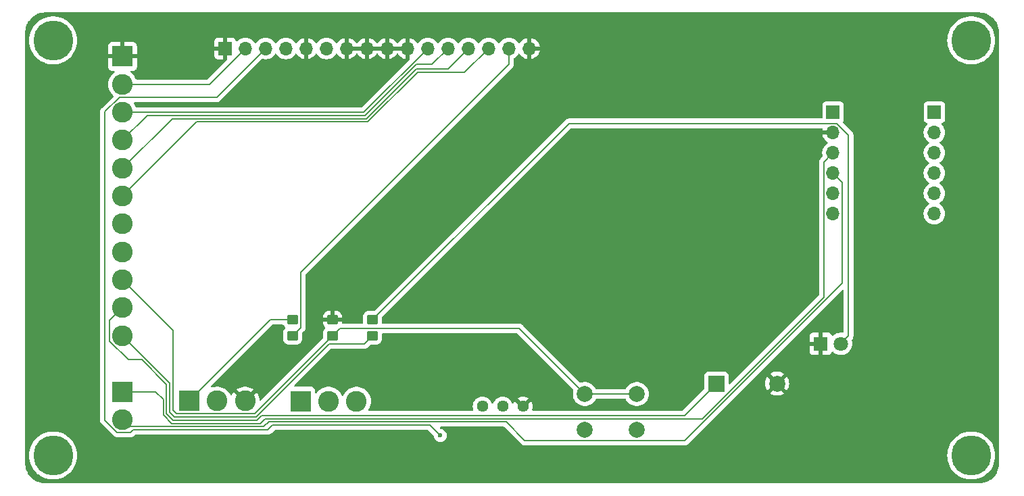
<source format=gbr>
%TF.GenerationSoftware,KiCad,Pcbnew,7.0.11-7.0.11~ubuntu22.04.1*%
%TF.CreationDate,2024-03-21T10:39:11+01:00*%
%TF.ProjectId,displayshield,64697370-6c61-4797-9368-69656c642e6b,rev?*%
%TF.SameCoordinates,Original*%
%TF.FileFunction,Copper,L1,Top*%
%TF.FilePolarity,Positive*%
%FSLAX46Y46*%
G04 Gerber Fmt 4.6, Leading zero omitted, Abs format (unit mm)*
G04 Created by KiCad (PCBNEW 7.0.11-7.0.11~ubuntu22.04.1) date 2024-03-21 10:39:11*
%MOMM*%
%LPD*%
G01*
G04 APERTURE LIST*
G04 Aperture macros list*
%AMRoundRect*
0 Rectangle with rounded corners*
0 $1 Rounding radius*
0 $2 $3 $4 $5 $6 $7 $8 $9 X,Y pos of 4 corners*
0 Add a 4 corners polygon primitive as box body*
4,1,4,$2,$3,$4,$5,$6,$7,$8,$9,$2,$3,0*
0 Add four circle primitives for the rounded corners*
1,1,$1+$1,$2,$3*
1,1,$1+$1,$4,$5*
1,1,$1+$1,$6,$7*
1,1,$1+$1,$8,$9*
0 Add four rect primitives between the rounded corners*
20,1,$1+$1,$2,$3,$4,$5,0*
20,1,$1+$1,$4,$5,$6,$7,0*
20,1,$1+$1,$6,$7,$8,$9,0*
20,1,$1+$1,$8,$9,$2,$3,0*%
G04 Aperture macros list end*
%TA.AperFunction,ComponentPad*%
%ADD10R,2.600000X2.600000*%
%TD*%
%TA.AperFunction,ComponentPad*%
%ADD11C,2.600000*%
%TD*%
%TA.AperFunction,ComponentPad*%
%ADD12R,1.800000X1.800000*%
%TD*%
%TA.AperFunction,ComponentPad*%
%ADD13C,1.800000*%
%TD*%
%TA.AperFunction,ComponentPad*%
%ADD14C,1.440000*%
%TD*%
%TA.AperFunction,ComponentPad*%
%ADD15R,2.000000X2.000000*%
%TD*%
%TA.AperFunction,ComponentPad*%
%ADD16C,2.000000*%
%TD*%
%TA.AperFunction,SMDPad,CuDef*%
%ADD17RoundRect,0.250000X0.450000X-0.350000X0.450000X0.350000X-0.450000X0.350000X-0.450000X-0.350000X0*%
%TD*%
%TA.AperFunction,ComponentPad*%
%ADD18R,1.700000X1.700000*%
%TD*%
%TA.AperFunction,ComponentPad*%
%ADD19O,1.700000X1.700000*%
%TD*%
%TA.AperFunction,ViaPad*%
%ADD20C,0.600000*%
%TD*%
%TA.AperFunction,ViaPad*%
%ADD21C,5.000000*%
%TD*%
%TA.AperFunction,Conductor*%
%ADD22C,0.200000*%
%TD*%
G04 APERTURE END LIST*
D10*
%TO.P,J5,1,Pin_1*%
%TO.N,Net-(ADS1015-A1)*%
X138000000Y-105195947D03*
D11*
%TO.P,J5,2,Pin_2*%
%TO.N,Net-(ADS1015-A2)*%
X141500000Y-105195947D03*
%TO.P,J5,3,Pin_3*%
%TO.N,Net-(ADS1015-A3)*%
X145000000Y-105195947D03*
%TD*%
D12*
%TO.P,D1,1,K*%
%TO.N,GND*%
X203152625Y-98000000D03*
D13*
%TO.P,D1,2,A*%
%TO.N,Net-(D1-A)*%
X205692625Y-98000000D03*
%TD*%
D14*
%TO.P,RV1,1,1*%
%TO.N,GND*%
X165857570Y-105854066D03*
%TO.P,RV1,2,2*%
%TO.N,Net-(J1-Pin_3)*%
X163317570Y-105854066D03*
%TO.P,RV1,3,3*%
%TO.N,+5V*%
X160777570Y-105854066D03*
%TD*%
D11*
%TO.P,J4,3,Pin_3*%
%TO.N,GND*%
X131047520Y-105173195D03*
%TO.P,J4,2,Pin_2*%
%TO.N,Net-(ADS1015-A0)*%
X127547520Y-105173195D03*
D10*
%TO.P,J4,1,Pin_1*%
%TO.N,+5V*%
X124047520Y-105173195D03*
%TD*%
D15*
%TO.P,BZ1,1,+*%
%TO.N,Net-(BZ1-+)*%
X190092625Y-103000000D03*
D16*
%TO.P,BZ1,2,-*%
%TO.N,GND*%
X197692625Y-103000000D03*
%TD*%
D17*
%TO.P,R3,1*%
%TO.N,Net-(J2-Pin_11)*%
X147000000Y-97000000D03*
%TO.P,R3,2*%
%TO.N,Net-(D1-A)*%
X147000000Y-95000000D03*
%TD*%
%TO.P,R1,1*%
%TO.N,Net-(J1-Pin_15)*%
X137000000Y-97000000D03*
%TO.P,R1,2*%
%TO.N,+5V*%
X137000000Y-95000000D03*
%TD*%
D16*
%TO.P,SW1,1,1*%
%TO.N,Net-(J2-Pin_9)*%
X173607570Y-104307360D03*
X180107570Y-104307360D03*
%TO.P,SW1,2,2*%
%TO.N,+5V*%
X173607570Y-108807360D03*
X180107570Y-108807360D03*
%TD*%
D10*
%TO.P,J2,1,Pin_1*%
%TO.N,GND*%
X115692625Y-62000000D03*
D11*
%TO.P,J2,2,Pin_2*%
%TO.N,+5V*%
X115692625Y-65500000D03*
%TO.P,J2,3,Pin_3*%
%TO.N,Net-(J1-Pin_11)*%
X115692625Y-69000000D03*
%TO.P,J2,4,Pin_4*%
%TO.N,Net-(J1-Pin_12)*%
X115692625Y-72500000D03*
%TO.P,J2,5,Pin_5*%
%TO.N,Net-(J1-Pin_13)*%
X115692625Y-76000000D03*
%TO.P,J2,6,Pin_6*%
%TO.N,Net-(J1-Pin_14)*%
X115692625Y-79500000D03*
%TO.P,J2,7,Pin_7*%
%TO.N,Net-(J1-Pin_6)*%
X115692625Y-83000000D03*
%TO.P,J2,8,Pin_8*%
%TO.N,Net-(J1-Pin_4)*%
X115692625Y-86500000D03*
%TO.P,J2,9,Pin_9*%
%TO.N,Net-(J2-Pin_9)*%
X115692625Y-90000000D03*
%TO.P,J2,10,Pin_10*%
%TO.N,Net-(BZ1-+)*%
X115692625Y-93500000D03*
%TO.P,J2,11,Pin_11*%
%TO.N,Net-(J2-Pin_11)*%
X115692625Y-97000000D03*
%TD*%
D10*
%TO.P,J3,1,Pin_1*%
%TO.N,Net-(ADS1015-SCL)*%
X115692625Y-104000000D03*
D11*
%TO.P,J3,2,Pin_2*%
%TO.N,Net-(ADS1015-SDA)*%
X115692625Y-107500000D03*
%TD*%
D18*
%TO.P,J1,1,Pin_1*%
%TO.N,GND*%
X128532625Y-61000000D03*
D19*
%TO.P,J1,2,Pin_2*%
%TO.N,+5V*%
X131072625Y-61000000D03*
%TO.P,J1,3,Pin_3*%
%TO.N,Net-(J1-Pin_3)*%
X133612625Y-61000000D03*
%TO.P,J1,4,Pin_4*%
%TO.N,Net-(J1-Pin_4)*%
X136152625Y-61000000D03*
%TO.P,J1,5,Pin_5*%
%TO.N,GND*%
X138692625Y-61000000D03*
%TO.P,J1,6,Pin_6*%
%TO.N,Net-(J1-Pin_6)*%
X141232625Y-61000000D03*
%TO.P,J1,7,Pin_7*%
%TO.N,GND*%
X143772625Y-61000000D03*
%TO.P,J1,8,Pin_8*%
X146312625Y-61000000D03*
%TO.P,J1,9,Pin_9*%
X148852625Y-61000000D03*
%TO.P,J1,10,Pin_10*%
X151392625Y-61000000D03*
%TO.P,J1,11,Pin_11*%
%TO.N,Net-(J1-Pin_11)*%
X153932625Y-61000000D03*
%TO.P,J1,12,Pin_12*%
%TO.N,Net-(J1-Pin_12)*%
X156472625Y-61000000D03*
%TO.P,J1,13,Pin_13*%
%TO.N,Net-(J1-Pin_13)*%
X159012625Y-61000000D03*
%TO.P,J1,14,Pin_14*%
%TO.N,Net-(J1-Pin_14)*%
X161552625Y-61000000D03*
%TO.P,J1,15,Pin_15*%
%TO.N,Net-(J1-Pin_15)*%
X164092625Y-61000000D03*
%TO.P,J1,16,Pin_16*%
%TO.N,GND*%
X166632625Y-61000000D03*
%TD*%
D17*
%TO.P,R2,1*%
%TO.N,Net-(J2-Pin_9)*%
X142000000Y-97000000D03*
%TO.P,R2,2*%
%TO.N,GND*%
X142000000Y-95000000D03*
%TD*%
D18*
%TO.P,ADS1015,1,VIN*%
%TO.N,+5V*%
X204692625Y-69000000D03*
D19*
%TO.P,ADS1015,2,GND*%
%TO.N,GND*%
X204692625Y-71540000D03*
%TO.P,ADS1015,3,SCL*%
%TO.N,Net-(ADS1015-SCL)*%
X204692625Y-74080000D03*
%TO.P,ADS1015,4,SDA*%
%TO.N,Net-(ADS1015-SDA)*%
X204692625Y-76620000D03*
%TO.P,ADS1015,5,ADDR*%
%TO.N,unconnected-(ADS1015-ADDR-Pad5)*%
X204692625Y-79160000D03*
%TO.P,ADS1015,6,ALRT*%
%TO.N,unconnected-(ADS1015-ALRT-Pad6)*%
X204692625Y-81700000D03*
D18*
%TO.P,ADS1015,7,A+*%
%TO.N,unconnected-(ADS1015-A+-Pad7)*%
X217392625Y-69000000D03*
D19*
%TO.P,ADS1015,8,A3*%
%TO.N,Net-(ADS1015-A3)*%
X217392625Y-71540000D03*
%TO.P,ADS1015,9,A2*%
%TO.N,Net-(ADS1015-A2)*%
X217392625Y-74080000D03*
%TO.P,ADS1015,10,A1*%
%TO.N,Net-(ADS1015-A1)*%
X217392625Y-76620000D03*
%TO.P,ADS1015,11,A0*%
%TO.N,Net-(ADS1015-A0)*%
X217392625Y-79160000D03*
%TO.P,ADS1015,12,A-*%
%TO.N,unconnected-(ADS1015-A--Pad12)*%
X217392625Y-81700000D03*
%TD*%
D20*
%TO.N,Net-(J1-Pin_3)*%
X155500000Y-109500000D03*
D21*
%TO.N,*%
X222000000Y-60000000D03*
X107000000Y-112000000D03*
X222000000Y-112000000D03*
X107000000Y-60000000D03*
%TD*%
D22*
%TO.N,Net-(J2-Pin_9)*%
X180107570Y-104307360D02*
X173607570Y-104307360D01*
%TO.N,Net-(J1-Pin_3)*%
X153000000Y-108200000D02*
X154200000Y-108200000D01*
X133900000Y-108800000D02*
X134500000Y-108200000D01*
X117000000Y-108800000D02*
X133900000Y-108800000D01*
X133612625Y-61000000D02*
X127512625Y-67100000D01*
X116700000Y-109100000D02*
X117000000Y-108800000D01*
X127512625Y-67100000D02*
X115329883Y-67100000D01*
X134500000Y-108200000D02*
X153000000Y-108200000D01*
X154200000Y-108200000D02*
X155500000Y-109500000D01*
X115329883Y-67100000D02*
X113500000Y-68929883D01*
X113500000Y-68929883D02*
X113500000Y-107570117D01*
X113500000Y-107570117D02*
X115029883Y-109100000D01*
X115029883Y-109100000D02*
X116700000Y-109100000D01*
%TO.N,GND*%
X141220715Y-95000000D02*
X142000000Y-95000000D01*
%TO.N,Net-(J2-Pin_9)*%
X142000000Y-97000000D02*
X142900000Y-96100000D01*
X142900000Y-96100000D02*
X165400210Y-96100000D01*
X165400210Y-96100000D02*
X173607570Y-104307360D01*
%TO.N,Net-(D1-A)*%
X147000000Y-95000000D02*
X171610000Y-70390000D01*
X206642625Y-97050000D02*
X205692625Y-98000000D01*
X171610000Y-70390000D02*
X205168971Y-70390000D01*
X205168971Y-70390000D02*
X206642625Y-71863654D01*
X206642625Y-71863654D02*
X206642625Y-97050000D01*
%TO.N,GND*%
X202692625Y-98000000D02*
X203152625Y-98000000D01*
%TO.N,Net-(ADS1015-SDA)*%
X115692625Y-107500000D02*
X116592625Y-108400000D01*
X116592625Y-108400000D02*
X133400000Y-108400000D01*
X134000000Y-107800000D02*
X163750000Y-107800000D01*
X133400000Y-108400000D02*
X134000000Y-107800000D01*
X186150951Y-110107360D02*
X205842625Y-90415686D01*
X163750000Y-107800000D02*
X166057360Y-110107360D01*
X166057360Y-110107360D02*
X186150951Y-110107360D01*
X205842625Y-90415686D02*
X205842625Y-77770000D01*
X205842625Y-77770000D02*
X204692625Y-76620000D01*
%TO.N,Net-(ADS1015-SCL)*%
X115692625Y-104000000D02*
X119800000Y-104000000D01*
X132900000Y-108000000D02*
X133500000Y-107400000D01*
X119800000Y-104000000D02*
X120800000Y-105000000D01*
X120800000Y-105000000D02*
X120800000Y-106931372D01*
X188292625Y-107400000D02*
X203542625Y-92150000D01*
X120800000Y-106931372D02*
X121868628Y-108000000D01*
X121868628Y-108000000D02*
X132900000Y-108000000D01*
X133500000Y-107400000D02*
X188292625Y-107400000D01*
X203542625Y-92150000D02*
X203542625Y-75230000D01*
X203542625Y-75230000D02*
X204692625Y-74080000D01*
%TO.N,Net-(BZ1-+)*%
X115692625Y-93500000D02*
X114092625Y-95100000D01*
X122007509Y-107573195D02*
X132558176Y-107573195D01*
X114092625Y-95100000D02*
X114092625Y-97662742D01*
X114092625Y-97662742D02*
X116429883Y-100000000D01*
X116429883Y-100000000D02*
X118126939Y-100000000D01*
X118126939Y-100000000D02*
X121200000Y-103073061D01*
X121200000Y-103073061D02*
X121200000Y-106765686D01*
X121200000Y-106765686D02*
X122007509Y-107573195D01*
X132558176Y-107573195D02*
X133131371Y-107000000D01*
X133131371Y-107000000D02*
X186092625Y-107000000D01*
X186092625Y-107000000D02*
X190092625Y-103000000D01*
%TO.N,Net-(J2-Pin_11)*%
X147000000Y-97000000D02*
X146000000Y-98000000D01*
X146000000Y-98000000D02*
X141565686Y-98000000D01*
X141565686Y-98000000D02*
X132392490Y-107173195D01*
X132392490Y-107173195D02*
X122173195Y-107173195D01*
X122173195Y-107173195D02*
X121600000Y-106600000D01*
X121600000Y-106600000D02*
X121600000Y-102907375D01*
X121600000Y-102907375D02*
X115692625Y-97000000D01*
%TO.N,Net-(J2-Pin_9)*%
X142000000Y-97000000D02*
X132226805Y-106773195D01*
X132226805Y-106773195D02*
X122447520Y-106773195D01*
X122447520Y-106773195D02*
X122000000Y-106325675D01*
X122000000Y-106325675D02*
X122000000Y-96307375D01*
X122000000Y-96307375D02*
X115692625Y-90000000D01*
%TO.N,+5V*%
X137000000Y-95000000D02*
X134220715Y-95000000D01*
X134220715Y-95000000D02*
X124047520Y-105173195D01*
%TO.N,Net-(J1-Pin_15)*%
X164092625Y-61000000D02*
X164092625Y-62974314D01*
X164092625Y-62974314D02*
X138000000Y-89066939D01*
X138000000Y-89066939D02*
X138000000Y-96000000D01*
X138000000Y-96000000D02*
X137000000Y-97000000D01*
%TO.N,Net-(J1-Pin_14)*%
X161552625Y-61000000D02*
X158552625Y-64000000D01*
X158552625Y-64000000D02*
X152629683Y-64000000D01*
X152629683Y-64000000D02*
X146429680Y-70200000D01*
X146429680Y-70200000D02*
X124992625Y-70200000D01*
X124992625Y-70200000D02*
X115692625Y-79500000D01*
%TO.N,Net-(J1-Pin_13)*%
X159012625Y-61000000D02*
X156480626Y-63531999D01*
X156480626Y-63531999D02*
X152531998Y-63531999D01*
X121892625Y-69800000D02*
X115692625Y-76000000D01*
X152531998Y-63531999D02*
X146263995Y-69800000D01*
X146263995Y-69800000D02*
X121892625Y-69800000D01*
%TO.N,Net-(J1-Pin_12)*%
X156472625Y-61000000D02*
X154472625Y-63000000D01*
X154472625Y-63000000D02*
X152498311Y-63000000D01*
X152498311Y-63000000D02*
X146098310Y-69400000D01*
X146098310Y-69400000D02*
X118792625Y-69400000D01*
X118792625Y-69400000D02*
X115692625Y-72500000D01*
%TO.N,Net-(J1-Pin_11)*%
X153932625Y-61000000D02*
X145932625Y-69000000D01*
X145932625Y-69000000D02*
X115692625Y-69000000D01*
%TO.N,+5V*%
X131072625Y-61000000D02*
X126572625Y-65500000D01*
X126572625Y-65500000D02*
X115692625Y-65500000D01*
%TD*%
%TA.AperFunction,Conductor*%
%TO.N,GND*%
G36*
X203347679Y-71010185D02*
G01*
X203393434Y-71062989D01*
X203403378Y-71132147D01*
X203400415Y-71146594D01*
X203361989Y-71289999D01*
X203361989Y-71290000D01*
X204258939Y-71290000D01*
X204233132Y-71330156D01*
X204192625Y-71468111D01*
X204192625Y-71611889D01*
X204233132Y-71749844D01*
X204258939Y-71790000D01*
X203361989Y-71790000D01*
X203419192Y-72003486D01*
X203419195Y-72003492D01*
X203519024Y-72217578D01*
X203654519Y-72411082D01*
X203821542Y-72578105D01*
X204007220Y-72708119D01*
X204050844Y-72762696D01*
X204058037Y-72832195D01*
X204026515Y-72894549D01*
X204007220Y-72911269D01*
X203821219Y-73041508D01*
X203654130Y-73208597D01*
X203518590Y-73402169D01*
X203518589Y-73402171D01*
X203418723Y-73616335D01*
X203418719Y-73616344D01*
X203357563Y-73844586D01*
X203357561Y-73844596D01*
X203336966Y-74079999D01*
X203336966Y-74080000D01*
X203357561Y-74315403D01*
X203357563Y-74315413D01*
X203391952Y-74443756D01*
X203390289Y-74513606D01*
X203359858Y-74563530D01*
X203151590Y-74771798D01*
X203139400Y-74782489D01*
X203114345Y-74801715D01*
X203114343Y-74801718D01*
X203034778Y-74905409D01*
X203034777Y-74905409D01*
X203018089Y-74927157D01*
X202957581Y-75073237D01*
X202957580Y-75073239D01*
X202936943Y-75229998D01*
X202936943Y-75230000D01*
X202941064Y-75261301D01*
X202942125Y-75277487D01*
X202942125Y-91849902D01*
X202922440Y-91916941D01*
X202905806Y-91937583D01*
X191804805Y-103038584D01*
X191743482Y-103072069D01*
X191673790Y-103067085D01*
X191617857Y-103025213D01*
X191593440Y-102959749D01*
X191593124Y-102950903D01*
X191593124Y-101952129D01*
X191593123Y-101952123D01*
X191593122Y-101952116D01*
X191586716Y-101892517D01*
X191543403Y-101776390D01*
X191536422Y-101757671D01*
X191536418Y-101757664D01*
X191450172Y-101642455D01*
X191450169Y-101642452D01*
X191334960Y-101556206D01*
X191334953Y-101556202D01*
X191200107Y-101505908D01*
X191200108Y-101505908D01*
X191140508Y-101499501D01*
X191140506Y-101499500D01*
X191140498Y-101499500D01*
X191140489Y-101499500D01*
X189044754Y-101499500D01*
X189044748Y-101499501D01*
X188985141Y-101505908D01*
X188850296Y-101556202D01*
X188850289Y-101556206D01*
X188735080Y-101642452D01*
X188735077Y-101642455D01*
X188648831Y-101757664D01*
X188648827Y-101757671D01*
X188598533Y-101892517D01*
X188592126Y-101952116D01*
X188592126Y-101952123D01*
X188592125Y-101952135D01*
X188592125Y-103599902D01*
X188572440Y-103666941D01*
X188555806Y-103687583D01*
X185880209Y-106363181D01*
X185818886Y-106396666D01*
X185792528Y-106399500D01*
X167136058Y-106399500D01*
X167069019Y-106379815D01*
X167023264Y-106327011D01*
X167013320Y-106257853D01*
X167016283Y-106243406D01*
X167063624Y-106066727D01*
X167063625Y-106066720D01*
X167082230Y-105854068D01*
X167082230Y-105854063D01*
X167063625Y-105641411D01*
X167063624Y-105641403D01*
X167008375Y-105435212D01*
X167008372Y-105435206D01*
X166918156Y-105241735D01*
X166918152Y-105241729D01*
X166879154Y-105186034D01*
X166255523Y-105809664D01*
X166242735Y-105728918D01*
X166185211Y-105616021D01*
X166095615Y-105526425D01*
X165982718Y-105468901D01*
X165901970Y-105456112D01*
X166525600Y-104832481D01*
X166469899Y-104793479D01*
X166276429Y-104703263D01*
X166276423Y-104703260D01*
X166070232Y-104648011D01*
X166070224Y-104648010D01*
X165857572Y-104629406D01*
X165857568Y-104629406D01*
X165644915Y-104648010D01*
X165644907Y-104648011D01*
X165438716Y-104703260D01*
X165438710Y-104703263D01*
X165245241Y-104793478D01*
X165245239Y-104793479D01*
X165189539Y-104832481D01*
X165189538Y-104832481D01*
X165813170Y-105456112D01*
X165732422Y-105468901D01*
X165619525Y-105526425D01*
X165529929Y-105616021D01*
X165472405Y-105728918D01*
X165459616Y-105809665D01*
X164835985Y-105186034D01*
X164835985Y-105186035D01*
X164796983Y-105241735D01*
X164796982Y-105241737D01*
X164706767Y-105435206D01*
X164704912Y-105440302D01*
X164703015Y-105439611D01*
X164671226Y-105491750D01*
X164608375Y-105522271D01*
X164539001Y-105513967D01*
X164485129Y-105469474D01*
X164471582Y-105439808D01*
X164470700Y-105440130D01*
X164468849Y-105435049D01*
X164468846Y-105435036D01*
X164378591Y-105241485D01*
X164256099Y-105066547D01*
X164256097Y-105066544D01*
X164105091Y-104915538D01*
X163930148Y-104793043D01*
X163930149Y-104793043D01*
X163783157Y-104724500D01*
X163736600Y-104702790D01*
X163736596Y-104702789D01*
X163736592Y-104702787D01*
X163530322Y-104647518D01*
X163530318Y-104647517D01*
X163530317Y-104647517D01*
X163530316Y-104647516D01*
X163530311Y-104647516D01*
X163317572Y-104628904D01*
X163317568Y-104628904D01*
X163104828Y-104647516D01*
X163104817Y-104647518D01*
X162898547Y-104702787D01*
X162898538Y-104702791D01*
X162704991Y-104793043D01*
X162530048Y-104915538D01*
X162379042Y-105066544D01*
X162256547Y-105241487D01*
X162166295Y-105435034D01*
X162164440Y-105440130D01*
X162162319Y-105439358D01*
X162130976Y-105490776D01*
X162068128Y-105521303D01*
X161998753Y-105513005D01*
X161944877Y-105468518D01*
X161931739Y-105439751D01*
X161930700Y-105440130D01*
X161928849Y-105435049D01*
X161928846Y-105435036D01*
X161838591Y-105241485D01*
X161716099Y-105066547D01*
X161716097Y-105066544D01*
X161565091Y-104915538D01*
X161390148Y-104793043D01*
X161390149Y-104793043D01*
X161243157Y-104724500D01*
X161196600Y-104702790D01*
X161196596Y-104702789D01*
X161196592Y-104702787D01*
X160990322Y-104647518D01*
X160990318Y-104647517D01*
X160990317Y-104647517D01*
X160990316Y-104647516D01*
X160990311Y-104647516D01*
X160777572Y-104628904D01*
X160777568Y-104628904D01*
X160564828Y-104647516D01*
X160564817Y-104647518D01*
X160358547Y-104702787D01*
X160358538Y-104702791D01*
X160164991Y-104793043D01*
X159990048Y-104915538D01*
X159839042Y-105066544D01*
X159716547Y-105241487D01*
X159626295Y-105435034D01*
X159626291Y-105435043D01*
X159571022Y-105641313D01*
X159571020Y-105641324D01*
X159552408Y-105854064D01*
X159552408Y-105854067D01*
X159571020Y-106066807D01*
X159571022Y-106066818D01*
X159618339Y-106243407D01*
X159616676Y-106313257D01*
X159577513Y-106371119D01*
X159513285Y-106398623D01*
X159498564Y-106399500D01*
X146598941Y-106399500D01*
X146531902Y-106379815D01*
X146486147Y-106327011D01*
X146476203Y-106257853D01*
X146491554Y-106213500D01*
X146491812Y-106213051D01*
X146491815Y-106213049D01*
X146626743Y-105979345D01*
X146725334Y-105728142D01*
X146785383Y-105465050D01*
X146798054Y-105295961D01*
X146805549Y-105195951D01*
X146805549Y-105195942D01*
X146785512Y-104928564D01*
X146785383Y-104926844D01*
X146725334Y-104663752D01*
X146626743Y-104412549D01*
X146491815Y-104178845D01*
X146323561Y-103967862D01*
X146323560Y-103967861D01*
X146323557Y-103967857D01*
X146125741Y-103784312D01*
X145902775Y-103632296D01*
X145902769Y-103632293D01*
X145902768Y-103632292D01*
X145902767Y-103632291D01*
X145659643Y-103515210D01*
X145659645Y-103515210D01*
X145401773Y-103435667D01*
X145401767Y-103435665D01*
X145134936Y-103395447D01*
X145134929Y-103395447D01*
X144865071Y-103395447D01*
X144865063Y-103395447D01*
X144598232Y-103435665D01*
X144598226Y-103435667D01*
X144340358Y-103515209D01*
X144097230Y-103632293D01*
X143874258Y-103784312D01*
X143676442Y-103967857D01*
X143508185Y-104178845D01*
X143373258Y-104412546D01*
X143365428Y-104432497D01*
X143322611Y-104487710D01*
X143256741Y-104511010D01*
X143188731Y-104494999D01*
X143140173Y-104444760D01*
X143134572Y-104432497D01*
X143126743Y-104412550D01*
X143126743Y-104412549D01*
X142991815Y-104178845D01*
X142823561Y-103967862D01*
X142823560Y-103967861D01*
X142823557Y-103967857D01*
X142625741Y-103784312D01*
X142402775Y-103632296D01*
X142402769Y-103632293D01*
X142402768Y-103632292D01*
X142402767Y-103632291D01*
X142159643Y-103515210D01*
X142159645Y-103515210D01*
X141901773Y-103435667D01*
X141901767Y-103435665D01*
X141634936Y-103395447D01*
X141634929Y-103395447D01*
X141365071Y-103395447D01*
X141365063Y-103395447D01*
X141098232Y-103435665D01*
X141098226Y-103435667D01*
X140840358Y-103515209D01*
X140597230Y-103632293D01*
X140374258Y-103784312D01*
X140176442Y-103967857D01*
X140021446Y-104162216D01*
X139964257Y-104202356D01*
X139894446Y-104205206D01*
X139834176Y-104169860D01*
X139802583Y-104107541D01*
X139800499Y-104084903D01*
X139800499Y-103848076D01*
X139800498Y-103848070D01*
X139797317Y-103818479D01*
X139794091Y-103788464D01*
X139792542Y-103784312D01*
X139743797Y-103653618D01*
X139743793Y-103653611D01*
X139657547Y-103538402D01*
X139657544Y-103538399D01*
X139542335Y-103452153D01*
X139542328Y-103452149D01*
X139407482Y-103401855D01*
X139407483Y-103401855D01*
X139347883Y-103395448D01*
X139347881Y-103395447D01*
X139347873Y-103395447D01*
X139347865Y-103395447D01*
X137318835Y-103395447D01*
X137251796Y-103375762D01*
X137206041Y-103322958D01*
X137196097Y-103253800D01*
X137225122Y-103190244D01*
X137231154Y-103183766D01*
X138231060Y-102183861D01*
X141778103Y-98636819D01*
X141839426Y-98603334D01*
X141865784Y-98600500D01*
X145952513Y-98600500D01*
X145968697Y-98601560D01*
X146000000Y-98605682D01*
X146000001Y-98605682D01*
X146052254Y-98598802D01*
X146156762Y-98585044D01*
X146302841Y-98524536D01*
X146391768Y-98456300D01*
X146428282Y-98428282D01*
X146447509Y-98403223D01*
X146458190Y-98391043D01*
X146712416Y-98136818D01*
X146773739Y-98103333D01*
X146800097Y-98100499D01*
X147500002Y-98100499D01*
X147500008Y-98100499D01*
X147602797Y-98089999D01*
X147769334Y-98034814D01*
X147918656Y-97942712D01*
X148042712Y-97818656D01*
X148134814Y-97669334D01*
X148189999Y-97502797D01*
X148200500Y-97400009D01*
X148200499Y-96824499D01*
X148220183Y-96757461D01*
X148272987Y-96711706D01*
X148324499Y-96700500D01*
X165100113Y-96700500D01*
X165167152Y-96720185D01*
X165187794Y-96736819D01*
X172151052Y-103700077D01*
X172184537Y-103761400D01*
X172183577Y-103818198D01*
X172122462Y-104059534D01*
X172122460Y-104059547D01*
X172101927Y-104307354D01*
X172101927Y-104307365D01*
X172122460Y-104555172D01*
X172122462Y-104555184D01*
X172183506Y-104796241D01*
X172283396Y-105023966D01*
X172419403Y-105232142D01*
X172419406Y-105232145D01*
X172587826Y-105415098D01*
X172784061Y-105567834D01*
X172784063Y-105567835D01*
X172949830Y-105657544D01*
X173002760Y-105686188D01*
X173237956Y-105766931D01*
X173483235Y-105807860D01*
X173731905Y-105807860D01*
X173977184Y-105766931D01*
X174212380Y-105686188D01*
X174431079Y-105567834D01*
X174627314Y-105415098D01*
X174795734Y-105232145D01*
X174931743Y-105023967D01*
X174950130Y-104982049D01*
X174995087Y-104928564D01*
X175061823Y-104907874D01*
X175063686Y-104907860D01*
X178651454Y-104907860D01*
X178718493Y-104927545D01*
X178764248Y-104980349D01*
X178765010Y-104982049D01*
X178783397Y-105023968D01*
X178919403Y-105232142D01*
X178919406Y-105232145D01*
X179087826Y-105415098D01*
X179284061Y-105567834D01*
X179284063Y-105567835D01*
X179449830Y-105657544D01*
X179502760Y-105686188D01*
X179737956Y-105766931D01*
X179983235Y-105807860D01*
X180231905Y-105807860D01*
X180477184Y-105766931D01*
X180712380Y-105686188D01*
X180931079Y-105567834D01*
X181127314Y-105415098D01*
X181295734Y-105232145D01*
X181431743Y-105023967D01*
X181531633Y-104796241D01*
X181592678Y-104555181D01*
X181594200Y-104536818D01*
X181613213Y-104307365D01*
X181613213Y-104307354D01*
X181592679Y-104059547D01*
X181592677Y-104059535D01*
X181531633Y-103818478D01*
X181431743Y-103590753D01*
X181295736Y-103382577D01*
X181269017Y-103353553D01*
X181127314Y-103199622D01*
X180931079Y-103046886D01*
X180931077Y-103046885D01*
X180931076Y-103046884D01*
X180712381Y-102928532D01*
X180712372Y-102928529D01*
X180477186Y-102847789D01*
X180231905Y-102806860D01*
X179983235Y-102806860D01*
X179737953Y-102847789D01*
X179502767Y-102928529D01*
X179502758Y-102928532D01*
X179284063Y-103046884D01*
X179087827Y-103199621D01*
X178919403Y-103382577D01*
X178783397Y-103590751D01*
X178765010Y-103632671D01*
X178720053Y-103686156D01*
X178653317Y-103706846D01*
X178651454Y-103706860D01*
X175063686Y-103706860D01*
X174996647Y-103687175D01*
X174950892Y-103634371D01*
X174950130Y-103632671D01*
X174931742Y-103590751D01*
X174795736Y-103382577D01*
X174769017Y-103353553D01*
X174627314Y-103199622D01*
X174431079Y-103046886D01*
X174431077Y-103046885D01*
X174431076Y-103046884D01*
X174212381Y-102928532D01*
X174212372Y-102928529D01*
X173977186Y-102847789D01*
X173731905Y-102806860D01*
X173483235Y-102806860D01*
X173237952Y-102847789D01*
X173237950Y-102847789D01*
X173131963Y-102884175D01*
X173062165Y-102887325D01*
X173004020Y-102854575D01*
X165858409Y-95708964D01*
X165847714Y-95696769D01*
X165828493Y-95671719D01*
X165817374Y-95663187D01*
X165703051Y-95575464D01*
X165556972Y-95514956D01*
X165556970Y-95514955D01*
X165400211Y-95494318D01*
X165400210Y-95494318D01*
X165368907Y-95498439D01*
X165352723Y-95499500D01*
X148324500Y-95499500D01*
X148257461Y-95479815D01*
X148211706Y-95427011D01*
X148200500Y-95375500D01*
X148200499Y-94700096D01*
X148220183Y-94633057D01*
X148236813Y-94612420D01*
X171822416Y-71026819D01*
X171883739Y-70993334D01*
X171910097Y-70990500D01*
X203280640Y-70990500D01*
X203347679Y-71010185D01*
G37*
%TD.AperFunction*%
%TA.AperFunction,Conductor*%
G36*
X151642625Y-62389400D02*
G01*
X151622940Y-62456439D01*
X151606306Y-62477081D01*
X145720209Y-68363181D01*
X145658886Y-68396666D01*
X145632528Y-68399500D01*
X117475692Y-68399500D01*
X117408653Y-68379815D01*
X117362898Y-68327011D01*
X117360264Y-68320802D01*
X117319370Y-68216607D01*
X117319366Y-68216599D01*
X117184440Y-67982898D01*
X117119775Y-67901811D01*
X117093368Y-67837127D01*
X117106123Y-67768431D01*
X117153994Y-67717537D01*
X117216723Y-67700500D01*
X127465138Y-67700500D01*
X127481322Y-67701560D01*
X127512625Y-67705682D01*
X127512626Y-67705682D01*
X127564879Y-67698802D01*
X127669387Y-67685044D01*
X127815466Y-67624536D01*
X127862605Y-67588365D01*
X127940907Y-67528282D01*
X127960134Y-67503223D01*
X127970815Y-67491043D01*
X133129095Y-62332763D01*
X133190416Y-62299280D01*
X133248863Y-62300670D01*
X133377217Y-62335063D01*
X133547944Y-62350000D01*
X133612624Y-62355659D01*
X133612625Y-62355659D01*
X133612626Y-62355659D01*
X133651859Y-62352226D01*
X133848033Y-62335063D01*
X134076288Y-62273903D01*
X134290455Y-62174035D01*
X134484026Y-62038495D01*
X134651120Y-61871401D01*
X134781050Y-61685842D01*
X134835627Y-61642217D01*
X134905125Y-61635023D01*
X134967480Y-61666546D01*
X134984200Y-61685842D01*
X135113906Y-61871082D01*
X135114130Y-61871401D01*
X135281224Y-62038495D01*
X135284999Y-62041138D01*
X135474790Y-62174032D01*
X135474792Y-62174033D01*
X135474795Y-62174035D01*
X135688962Y-62273903D01*
X135917217Y-62335063D01*
X136087944Y-62350000D01*
X136152624Y-62355659D01*
X136152625Y-62355659D01*
X136152626Y-62355659D01*
X136191859Y-62352226D01*
X136388033Y-62335063D01*
X136616288Y-62273903D01*
X136830455Y-62174035D01*
X137024026Y-62038495D01*
X137191120Y-61871401D01*
X137321355Y-61685405D01*
X137375932Y-61641781D01*
X137445430Y-61634587D01*
X137507785Y-61666110D01*
X137524504Y-61685405D01*
X137654515Y-61871078D01*
X137821542Y-62038105D01*
X138015046Y-62173600D01*
X138229132Y-62273429D01*
X138229141Y-62273433D01*
X138442625Y-62330634D01*
X138442625Y-61435501D01*
X138550310Y-61484680D01*
X138656862Y-61500000D01*
X138728388Y-61500000D01*
X138834940Y-61484680D01*
X138942625Y-61435501D01*
X138942625Y-62330633D01*
X139156108Y-62273433D01*
X139156117Y-62273429D01*
X139370203Y-62173600D01*
X139563707Y-62038105D01*
X139730730Y-61871082D01*
X139860744Y-61685405D01*
X139915321Y-61641781D01*
X139984820Y-61634588D01*
X140047174Y-61666110D01*
X140063894Y-61685405D01*
X140194130Y-61871401D01*
X140361224Y-62038495D01*
X140364999Y-62041138D01*
X140554790Y-62174032D01*
X140554792Y-62174033D01*
X140554795Y-62174035D01*
X140768962Y-62273903D01*
X140997217Y-62335063D01*
X141167944Y-62350000D01*
X141232624Y-62355659D01*
X141232625Y-62355659D01*
X141232626Y-62355659D01*
X141271859Y-62352226D01*
X141468033Y-62335063D01*
X141696288Y-62273903D01*
X141910455Y-62174035D01*
X142104026Y-62038495D01*
X142271120Y-61871401D01*
X142401355Y-61685405D01*
X142455932Y-61641781D01*
X142525430Y-61634587D01*
X142587785Y-61666110D01*
X142604504Y-61685405D01*
X142734515Y-61871078D01*
X142901542Y-62038105D01*
X143095046Y-62173600D01*
X143309132Y-62273429D01*
X143309141Y-62273433D01*
X143522625Y-62330634D01*
X143522625Y-61435501D01*
X143630310Y-61484680D01*
X143736862Y-61500000D01*
X143808388Y-61500000D01*
X143914940Y-61484680D01*
X144022625Y-61435501D01*
X144022625Y-62330634D01*
X144236108Y-62273433D01*
X144236117Y-62273429D01*
X144450203Y-62173600D01*
X144643707Y-62038105D01*
X144810730Y-61871082D01*
X144941050Y-61684968D01*
X144995627Y-61641344D01*
X145065126Y-61634151D01*
X145127480Y-61665673D01*
X145144200Y-61684968D01*
X145274519Y-61871082D01*
X145441542Y-62038105D01*
X145635046Y-62173600D01*
X145849132Y-62273429D01*
X145849141Y-62273433D01*
X146062625Y-62330634D01*
X146062625Y-61435501D01*
X146170310Y-61484680D01*
X146276862Y-61500000D01*
X146348388Y-61500000D01*
X146454940Y-61484680D01*
X146562625Y-61435501D01*
X146562625Y-62330634D01*
X146776108Y-62273433D01*
X146776117Y-62273429D01*
X146990203Y-62173600D01*
X147183707Y-62038105D01*
X147350730Y-61871082D01*
X147481050Y-61684968D01*
X147535627Y-61641344D01*
X147605126Y-61634151D01*
X147667480Y-61665673D01*
X147684200Y-61684968D01*
X147814519Y-61871082D01*
X147981542Y-62038105D01*
X148175046Y-62173600D01*
X148389132Y-62273429D01*
X148389141Y-62273433D01*
X148602625Y-62330634D01*
X148602625Y-61435501D01*
X148710310Y-61484680D01*
X148816862Y-61500000D01*
X148888388Y-61500000D01*
X148994940Y-61484680D01*
X149102625Y-61435501D01*
X149102625Y-62330634D01*
X149316108Y-62273433D01*
X149316117Y-62273429D01*
X149530203Y-62173600D01*
X149723707Y-62038105D01*
X149890730Y-61871082D01*
X150021050Y-61684968D01*
X150075627Y-61641344D01*
X150145126Y-61634151D01*
X150207480Y-61665673D01*
X150224200Y-61684968D01*
X150354519Y-61871082D01*
X150521542Y-62038105D01*
X150715046Y-62173600D01*
X150929132Y-62273429D01*
X150929141Y-62273433D01*
X151142625Y-62330634D01*
X151142625Y-61435501D01*
X151250310Y-61484680D01*
X151356862Y-61500000D01*
X151428388Y-61500000D01*
X151534940Y-61484680D01*
X151642625Y-61435501D01*
X151642625Y-62389400D01*
G37*
%TD.AperFunction*%
%TA.AperFunction,Conductor*%
G36*
X145853132Y-60790156D02*
G01*
X145812625Y-60928111D01*
X145812625Y-61071889D01*
X145853132Y-61209844D01*
X145878939Y-61250000D01*
X144206311Y-61250000D01*
X144232118Y-61209844D01*
X144272625Y-61071889D01*
X144272625Y-60928111D01*
X144232118Y-60790156D01*
X144206311Y-60750000D01*
X145878939Y-60750000D01*
X145853132Y-60790156D01*
G37*
%TD.AperFunction*%
%TA.AperFunction,Conductor*%
G36*
X148393132Y-60790156D02*
G01*
X148352625Y-60928111D01*
X148352625Y-61071889D01*
X148393132Y-61209844D01*
X148418939Y-61250000D01*
X146746311Y-61250000D01*
X146772118Y-61209844D01*
X146812625Y-61071889D01*
X146812625Y-60928111D01*
X146772118Y-60790156D01*
X146746311Y-60750000D01*
X148418939Y-60750000D01*
X148393132Y-60790156D01*
G37*
%TD.AperFunction*%
%TA.AperFunction,Conductor*%
G36*
X150933132Y-60790156D02*
G01*
X150892625Y-60928111D01*
X150892625Y-61071889D01*
X150933132Y-61209844D01*
X150958939Y-61250000D01*
X149286311Y-61250000D01*
X149312118Y-61209844D01*
X149352625Y-61071889D01*
X149352625Y-60928111D01*
X149312118Y-60790156D01*
X149286311Y-60750000D01*
X150958939Y-60750000D01*
X150933132Y-60790156D01*
G37*
%TD.AperFunction*%
%TA.AperFunction,Conductor*%
G36*
X223003736Y-56500726D02*
G01*
X223293796Y-56518271D01*
X223308659Y-56520076D01*
X223590798Y-56571780D01*
X223605335Y-56575363D01*
X223879172Y-56660695D01*
X223893163Y-56666000D01*
X224154743Y-56783727D01*
X224167989Y-56790680D01*
X224413465Y-56939075D01*
X224425776Y-56947573D01*
X224646733Y-57120681D01*
X224651573Y-57124473D01*
X224662781Y-57134403D01*
X224865596Y-57337218D01*
X224875526Y-57348426D01*
X224913650Y-57397088D01*
X224995481Y-57501538D01*
X225052422Y-57574217D01*
X225060928Y-57586540D01*
X225209316Y-57832004D01*
X225216275Y-57845263D01*
X225333997Y-58106831D01*
X225339306Y-58120832D01*
X225424635Y-58394663D01*
X225428219Y-58409201D01*
X225479923Y-58691340D01*
X225481728Y-58706205D01*
X225499274Y-58996263D01*
X225499500Y-59003750D01*
X225499500Y-112996249D01*
X225499274Y-113003736D01*
X225481728Y-113293794D01*
X225479923Y-113308659D01*
X225428219Y-113590798D01*
X225424635Y-113605336D01*
X225339306Y-113879167D01*
X225333997Y-113893168D01*
X225216275Y-114154736D01*
X225209316Y-114167995D01*
X225060928Y-114413459D01*
X225052422Y-114425782D01*
X224875526Y-114651573D01*
X224865596Y-114662781D01*
X224662781Y-114865596D01*
X224651573Y-114875526D01*
X224425782Y-115052422D01*
X224413459Y-115060928D01*
X224167995Y-115209316D01*
X224154736Y-115216275D01*
X223893168Y-115333997D01*
X223879167Y-115339306D01*
X223605336Y-115424635D01*
X223590798Y-115428219D01*
X223308659Y-115479923D01*
X223293794Y-115481728D01*
X223003736Y-115499274D01*
X222996249Y-115499500D01*
X106003751Y-115499500D01*
X105996264Y-115499274D01*
X105706205Y-115481728D01*
X105691340Y-115479923D01*
X105409201Y-115428219D01*
X105394663Y-115424635D01*
X105120832Y-115339306D01*
X105106831Y-115333997D01*
X104845263Y-115216275D01*
X104832004Y-115209316D01*
X104586540Y-115060928D01*
X104574217Y-115052422D01*
X104507943Y-115000500D01*
X104348426Y-114875526D01*
X104337218Y-114865596D01*
X104134403Y-114662781D01*
X104124473Y-114651573D01*
X104086349Y-114602911D01*
X103947573Y-114425776D01*
X103939075Y-114413465D01*
X103790680Y-114167989D01*
X103783727Y-114154743D01*
X103666000Y-113893163D01*
X103660693Y-113879167D01*
X103589779Y-113651597D01*
X103575363Y-113605335D01*
X103571780Y-113590798D01*
X103520076Y-113308659D01*
X103518271Y-113293794D01*
X103500726Y-113003736D01*
X103500500Y-112996249D01*
X103500500Y-112000003D01*
X103994415Y-112000003D01*
X104014738Y-112348927D01*
X104014739Y-112348938D01*
X104075428Y-112693127D01*
X104075430Y-112693134D01*
X104175674Y-113027972D01*
X104314107Y-113348895D01*
X104314113Y-113348908D01*
X104488870Y-113651597D01*
X104697584Y-113931949D01*
X104697589Y-113931955D01*
X104821463Y-114063253D01*
X104937442Y-114186183D01*
X105113903Y-114334251D01*
X105205186Y-114410847D01*
X105205194Y-114410853D01*
X105497203Y-114602911D01*
X105497207Y-114602913D01*
X105809549Y-114759777D01*
X106137989Y-114879319D01*
X106478086Y-114959923D01*
X106825241Y-115000500D01*
X106825248Y-115000500D01*
X107174752Y-115000500D01*
X107174759Y-115000500D01*
X107521914Y-114959923D01*
X107862011Y-114879319D01*
X108190451Y-114759777D01*
X108502793Y-114602913D01*
X108794811Y-114410849D01*
X109062558Y-114186183D01*
X109302412Y-113931953D01*
X109511130Y-113651596D01*
X109685889Y-113348904D01*
X109824326Y-113027971D01*
X109924569Y-112693136D01*
X109985262Y-112348927D01*
X110005585Y-112000003D01*
X218994415Y-112000003D01*
X219014738Y-112348927D01*
X219014739Y-112348938D01*
X219075428Y-112693127D01*
X219075430Y-112693134D01*
X219175674Y-113027972D01*
X219314107Y-113348895D01*
X219314113Y-113348908D01*
X219488870Y-113651597D01*
X219697584Y-113931949D01*
X219697589Y-113931955D01*
X219821463Y-114063253D01*
X219937442Y-114186183D01*
X220113903Y-114334251D01*
X220205186Y-114410847D01*
X220205194Y-114410853D01*
X220497203Y-114602911D01*
X220497207Y-114602913D01*
X220809549Y-114759777D01*
X221137989Y-114879319D01*
X221478086Y-114959923D01*
X221825241Y-115000500D01*
X221825248Y-115000500D01*
X222174752Y-115000500D01*
X222174759Y-115000500D01*
X222521914Y-114959923D01*
X222862011Y-114879319D01*
X223190451Y-114759777D01*
X223502793Y-114602913D01*
X223794811Y-114410849D01*
X224062558Y-114186183D01*
X224302412Y-113931953D01*
X224511130Y-113651596D01*
X224685889Y-113348904D01*
X224824326Y-113027971D01*
X224924569Y-112693136D01*
X224985262Y-112348927D01*
X225005585Y-112000000D01*
X224985262Y-111651073D01*
X224985260Y-111651061D01*
X224924571Y-111306872D01*
X224924569Y-111306865D01*
X224824325Y-110972027D01*
X224710832Y-110708921D01*
X224685889Y-110651096D01*
X224511130Y-110348404D01*
X224479238Y-110305565D01*
X224302415Y-110068050D01*
X224302410Y-110068044D01*
X224186433Y-109945117D01*
X224062558Y-109813817D01*
X223902186Y-109679249D01*
X223794813Y-109589152D01*
X223794805Y-109589146D01*
X223502796Y-109397088D01*
X223190458Y-109240226D01*
X223190452Y-109240223D01*
X222862012Y-109120681D01*
X222862009Y-109120680D01*
X222521915Y-109040077D01*
X222478519Y-109035004D01*
X222174759Y-108999500D01*
X221825241Y-108999500D01*
X221521480Y-109035004D01*
X221478085Y-109040077D01*
X221478083Y-109040077D01*
X221137990Y-109120680D01*
X221137987Y-109120681D01*
X220809547Y-109240223D01*
X220809541Y-109240226D01*
X220497203Y-109397088D01*
X220205194Y-109589146D01*
X220205186Y-109589152D01*
X219937442Y-109813817D01*
X219937440Y-109813819D01*
X219697589Y-110068044D01*
X219697584Y-110068050D01*
X219488870Y-110348402D01*
X219314113Y-110651091D01*
X219314107Y-110651104D01*
X219175674Y-110972027D01*
X219075430Y-111306865D01*
X219075428Y-111306872D01*
X219014739Y-111651061D01*
X219014738Y-111651072D01*
X218994415Y-111999996D01*
X218994415Y-112000003D01*
X110005585Y-112000003D01*
X110005585Y-112000000D01*
X109985262Y-111651073D01*
X109985260Y-111651061D01*
X109924571Y-111306872D01*
X109924569Y-111306865D01*
X109824325Y-110972027D01*
X109710832Y-110708921D01*
X109685889Y-110651096D01*
X109511130Y-110348404D01*
X109479238Y-110305565D01*
X109302415Y-110068050D01*
X109302410Y-110068044D01*
X109186433Y-109945117D01*
X109062558Y-109813817D01*
X108902186Y-109679249D01*
X108794813Y-109589152D01*
X108794805Y-109589146D01*
X108502796Y-109397088D01*
X108190458Y-109240226D01*
X108190452Y-109240223D01*
X107862012Y-109120681D01*
X107862009Y-109120680D01*
X107521915Y-109040077D01*
X107478519Y-109035004D01*
X107174759Y-108999500D01*
X106825241Y-108999500D01*
X106521480Y-109035004D01*
X106478085Y-109040077D01*
X106478083Y-109040077D01*
X106137990Y-109120680D01*
X106137987Y-109120681D01*
X105809547Y-109240223D01*
X105809541Y-109240226D01*
X105497203Y-109397088D01*
X105205194Y-109589146D01*
X105205186Y-109589152D01*
X104937442Y-109813817D01*
X104937440Y-109813819D01*
X104697589Y-110068044D01*
X104697584Y-110068050D01*
X104488870Y-110348402D01*
X104314113Y-110651091D01*
X104314107Y-110651104D01*
X104175674Y-110972027D01*
X104075430Y-111306865D01*
X104075428Y-111306872D01*
X104014739Y-111651061D01*
X104014738Y-111651072D01*
X103994415Y-111999996D01*
X103994415Y-112000003D01*
X103500500Y-112000003D01*
X103500500Y-107570117D01*
X112894318Y-107570117D01*
X112899500Y-107609477D01*
X112899500Y-107609478D01*
X112914955Y-107726877D01*
X112914956Y-107726879D01*
X112975464Y-107872958D01*
X113071718Y-107998399D01*
X113071719Y-107998400D01*
X113096769Y-108017621D01*
X113108964Y-108028316D01*
X114571682Y-109491034D01*
X114582376Y-109503228D01*
X114601598Y-109528279D01*
X114601599Y-109528280D01*
X114601601Y-109528282D01*
X114727042Y-109624536D01*
X114873121Y-109685044D01*
X114951502Y-109695363D01*
X115029882Y-109705682D01*
X115029883Y-109705682D01*
X115061185Y-109701560D01*
X115077370Y-109700500D01*
X116652513Y-109700500D01*
X116668697Y-109701560D01*
X116700000Y-109705682D01*
X116700001Y-109705682D01*
X116752254Y-109698802D01*
X116856762Y-109685044D01*
X117002841Y-109624536D01*
X117128282Y-109528282D01*
X117147506Y-109503226D01*
X117158187Y-109491046D01*
X117212418Y-109436817D01*
X117273742Y-109403333D01*
X117300098Y-109400500D01*
X133852513Y-109400500D01*
X133868697Y-109401560D01*
X133900000Y-109405682D01*
X133900001Y-109405682D01*
X133965286Y-109397087D01*
X134056762Y-109385044D01*
X134202841Y-109324536D01*
X134291166Y-109256762D01*
X134328282Y-109228282D01*
X134347510Y-109203222D01*
X134358189Y-109191044D01*
X134712416Y-108836819D01*
X134773739Y-108803334D01*
X134800097Y-108800500D01*
X152960639Y-108800500D01*
X153899903Y-108800500D01*
X153966942Y-108820185D01*
X153987584Y-108836819D01*
X154669298Y-109518533D01*
X154702783Y-109579856D01*
X154704837Y-109592330D01*
X154714630Y-109679249D01*
X154774210Y-109849521D01*
X154870184Y-110002262D01*
X154997738Y-110129816D01*
X155150478Y-110225789D01*
X155320745Y-110285368D01*
X155320750Y-110285369D01*
X155499996Y-110305565D01*
X155500000Y-110305565D01*
X155500004Y-110305565D01*
X155679249Y-110285369D01*
X155679252Y-110285368D01*
X155679255Y-110285368D01*
X155849522Y-110225789D01*
X156002262Y-110129816D01*
X156129816Y-110002262D01*
X156225789Y-109849522D01*
X156285368Y-109679255D01*
X156285369Y-109679249D01*
X156305565Y-109500003D01*
X156305565Y-109499996D01*
X156285369Y-109320750D01*
X156285368Y-109320745D01*
X156225788Y-109150476D01*
X156129815Y-108997737D01*
X156002262Y-108870184D01*
X155849521Y-108774210D01*
X155679249Y-108714630D01*
X155592330Y-108704837D01*
X155527916Y-108677770D01*
X155518533Y-108669298D01*
X155461416Y-108612181D01*
X155427931Y-108550858D01*
X155432915Y-108481166D01*
X155474787Y-108425233D01*
X155540251Y-108400816D01*
X155549097Y-108400500D01*
X163449903Y-108400500D01*
X163516942Y-108420185D01*
X163537584Y-108436819D01*
X165599159Y-110498394D01*
X165609853Y-110510588D01*
X165629075Y-110535639D01*
X165629076Y-110535640D01*
X165629078Y-110535642D01*
X165754519Y-110631896D01*
X165900598Y-110692404D01*
X165978979Y-110702723D01*
X166057359Y-110713042D01*
X166057360Y-110713042D01*
X166088662Y-110708920D01*
X166104847Y-110707860D01*
X186103464Y-110707860D01*
X186119648Y-110708920D01*
X186150951Y-110713042D01*
X186150952Y-110713042D01*
X186203205Y-110706162D01*
X186307713Y-110692404D01*
X186453792Y-110631896D01*
X186579233Y-110535642D01*
X186598461Y-110510582D01*
X186609140Y-110498404D01*
X194107539Y-103000005D01*
X196187484Y-103000005D01*
X196208010Y-103247729D01*
X196208012Y-103247738D01*
X196269037Y-103488717D01*
X196368891Y-103716364D01*
X196469189Y-103869882D01*
X197209548Y-103129523D01*
X197233132Y-103209844D01*
X197310864Y-103330798D01*
X197419525Y-103424952D01*
X197550310Y-103484680D01*
X197560091Y-103486086D01*
X196822567Y-104223609D01*
X196869393Y-104260055D01*
X196869395Y-104260056D01*
X197088010Y-104378364D01*
X197088021Y-104378369D01*
X197323131Y-104459083D01*
X197568332Y-104500000D01*
X197816918Y-104500000D01*
X198062118Y-104459083D01*
X198297228Y-104378369D01*
X198297239Y-104378364D01*
X198515853Y-104260057D01*
X198515856Y-104260055D01*
X198562681Y-104223609D01*
X197825158Y-103486086D01*
X197834940Y-103484680D01*
X197965725Y-103424952D01*
X198074386Y-103330798D01*
X198152118Y-103209844D01*
X198175701Y-103129524D01*
X198916059Y-103869882D01*
X199016356Y-103716369D01*
X199116212Y-103488717D01*
X199177237Y-103247738D01*
X199177239Y-103247729D01*
X199197766Y-103000005D01*
X199197766Y-102999994D01*
X199177239Y-102752270D01*
X199177237Y-102752261D01*
X199116212Y-102511282D01*
X199016356Y-102283630D01*
X198916059Y-102130116D01*
X198175701Y-102870475D01*
X198152118Y-102790156D01*
X198074386Y-102669202D01*
X197965725Y-102575048D01*
X197834940Y-102515320D01*
X197825159Y-102513913D01*
X198562682Y-101776390D01*
X198562681Y-101776389D01*
X198515854Y-101739943D01*
X198297239Y-101621635D01*
X198297228Y-101621630D01*
X198062118Y-101540916D01*
X197816918Y-101500000D01*
X197568332Y-101500000D01*
X197323131Y-101540916D01*
X197088021Y-101621630D01*
X197088015Y-101621632D01*
X196869386Y-101739949D01*
X196822567Y-101776388D01*
X196822567Y-101776390D01*
X197560091Y-102513913D01*
X197550310Y-102515320D01*
X197419525Y-102575048D01*
X197310864Y-102669202D01*
X197233132Y-102790156D01*
X197209548Y-102870475D01*
X196469189Y-102130116D01*
X196368892Y-102283632D01*
X196269037Y-102511282D01*
X196208012Y-102752261D01*
X196208010Y-102752270D01*
X196187484Y-102999994D01*
X196187484Y-103000005D01*
X194107539Y-103000005D01*
X205830446Y-91277099D01*
X205891767Y-91243616D01*
X205961459Y-91248600D01*
X206017392Y-91290472D01*
X206041809Y-91355936D01*
X206042125Y-91364782D01*
X206042125Y-96492049D01*
X206022440Y-96559088D01*
X205969636Y-96604843D01*
X205900478Y-96614787D01*
X205897716Y-96614358D01*
X205808674Y-96599500D01*
X205576576Y-96599500D01*
X205544557Y-96604843D01*
X205347640Y-96637702D01*
X205128129Y-96713061D01*
X205128120Y-96713064D01*
X204923996Y-96823531D01*
X204923990Y-96823535D01*
X204740847Y-96966081D01*
X204740840Y-96966087D01*
X204732109Y-96975572D01*
X204672220Y-97011561D01*
X204602382Y-97009458D01*
X204544768Y-96969932D01*
X204524700Y-96934918D01*
X204495980Y-96857915D01*
X204495975Y-96857906D01*
X204409815Y-96742812D01*
X204409812Y-96742809D01*
X204294718Y-96656649D01*
X204294711Y-96656645D01*
X204160004Y-96606403D01*
X204159997Y-96606401D01*
X204100469Y-96600000D01*
X203402625Y-96600000D01*
X203402625Y-97625810D01*
X203350078Y-97589984D01*
X203220452Y-97550000D01*
X203118901Y-97550000D01*
X203018487Y-97565135D01*
X202902625Y-97620931D01*
X202902625Y-96600000D01*
X202204780Y-96600000D01*
X202145252Y-96606401D01*
X202145245Y-96606403D01*
X202010538Y-96656645D01*
X202010531Y-96656649D01*
X201895437Y-96742809D01*
X201895434Y-96742812D01*
X201809274Y-96857906D01*
X201809270Y-96857913D01*
X201759028Y-96992620D01*
X201759026Y-96992627D01*
X201752625Y-97052155D01*
X201752625Y-97750000D01*
X202777347Y-97750000D01*
X202729000Y-97833740D01*
X202698815Y-97965992D01*
X202708952Y-98101265D01*
X202758512Y-98227541D01*
X202776422Y-98250000D01*
X201752625Y-98250000D01*
X201752625Y-98947844D01*
X201759026Y-99007372D01*
X201759028Y-99007379D01*
X201809270Y-99142086D01*
X201809274Y-99142093D01*
X201895434Y-99257187D01*
X201895437Y-99257190D01*
X202010531Y-99343350D01*
X202010538Y-99343354D01*
X202145245Y-99393596D01*
X202145252Y-99393598D01*
X202204780Y-99399999D01*
X202204797Y-99400000D01*
X202902625Y-99400000D01*
X202902625Y-98374189D01*
X202955172Y-98410016D01*
X203084798Y-98450000D01*
X203186349Y-98450000D01*
X203286763Y-98434865D01*
X203402625Y-98379068D01*
X203402625Y-99400000D01*
X204100453Y-99400000D01*
X204100469Y-99399999D01*
X204159997Y-99393598D01*
X204160004Y-99393596D01*
X204294711Y-99343354D01*
X204294718Y-99343350D01*
X204409812Y-99257190D01*
X204409815Y-99257187D01*
X204495975Y-99142093D01*
X204495980Y-99142084D01*
X204524700Y-99065081D01*
X204566570Y-99009147D01*
X204632034Y-98984729D01*
X204700307Y-98999580D01*
X204732109Y-99024428D01*
X204740841Y-99033913D01*
X204740844Y-99033915D01*
X204740847Y-99033918D01*
X204923990Y-99176464D01*
X204923996Y-99176468D01*
X204923999Y-99176470D01*
X205128122Y-99286936D01*
X205221038Y-99318834D01*
X205347640Y-99362297D01*
X205347642Y-99362297D01*
X205347644Y-99362298D01*
X205576576Y-99400500D01*
X205576577Y-99400500D01*
X205808673Y-99400500D01*
X205808674Y-99400500D01*
X206037606Y-99362298D01*
X206257128Y-99286936D01*
X206461251Y-99176470D01*
X206644409Y-99033913D01*
X206801604Y-98863153D01*
X206805339Y-98857437D01*
X206887413Y-98731812D01*
X206928549Y-98668849D01*
X207021782Y-98456300D01*
X207078759Y-98231305D01*
X207084149Y-98166260D01*
X207097925Y-98000006D01*
X207097925Y-97999993D01*
X207078760Y-97768702D01*
X207078756Y-97768682D01*
X207035786Y-97599000D01*
X207038410Y-97529180D01*
X207068320Y-97480867D01*
X207070898Y-97478288D01*
X207070907Y-97478282D01*
X207167161Y-97352841D01*
X207227669Y-97206762D01*
X207248307Y-97050000D01*
X207244186Y-97018697D01*
X207243125Y-97002512D01*
X207243125Y-81700000D01*
X216036966Y-81700000D01*
X216057561Y-81935403D01*
X216057563Y-81935413D01*
X216118719Y-82163655D01*
X216118721Y-82163659D01*
X216118722Y-82163663D01*
X216218590Y-82377830D01*
X216218592Y-82377834D01*
X216281591Y-82467805D01*
X216354130Y-82571401D01*
X216521224Y-82738495D01*
X216618009Y-82806265D01*
X216714790Y-82874032D01*
X216714792Y-82874033D01*
X216714795Y-82874035D01*
X216928962Y-82973903D01*
X217157217Y-83035063D01*
X217345543Y-83051539D01*
X217392624Y-83055659D01*
X217392625Y-83055659D01*
X217392626Y-83055659D01*
X217431859Y-83052226D01*
X217628033Y-83035063D01*
X217856288Y-82973903D01*
X218070455Y-82874035D01*
X218264026Y-82738495D01*
X218431120Y-82571401D01*
X218566660Y-82377830D01*
X218666528Y-82163663D01*
X218727688Y-81935408D01*
X218748284Y-81700000D01*
X218727688Y-81464592D01*
X218666528Y-81236337D01*
X218566660Y-81022171D01*
X218489263Y-80911635D01*
X218431119Y-80828597D01*
X218264027Y-80661506D01*
X218264021Y-80661501D01*
X218078467Y-80531575D01*
X218034842Y-80476998D01*
X218027648Y-80407500D01*
X218059171Y-80345145D01*
X218078467Y-80328425D01*
X218142775Y-80283396D01*
X218264026Y-80198495D01*
X218431120Y-80031401D01*
X218566660Y-79837830D01*
X218666528Y-79623663D01*
X218727688Y-79395408D01*
X218748284Y-79160000D01*
X218727688Y-78924592D01*
X218666528Y-78696337D01*
X218566660Y-78482171D01*
X218489354Y-78371765D01*
X218431119Y-78288597D01*
X218264027Y-78121506D01*
X218264021Y-78121501D01*
X218078467Y-77991575D01*
X218034842Y-77936998D01*
X218027648Y-77867500D01*
X218059171Y-77805145D01*
X218078467Y-77788425D01*
X218133343Y-77750000D01*
X218264026Y-77658495D01*
X218431120Y-77491401D01*
X218566660Y-77297830D01*
X218666528Y-77083663D01*
X218727688Y-76855408D01*
X218748284Y-76620000D01*
X218727688Y-76384592D01*
X218666528Y-76156337D01*
X218566660Y-75942171D01*
X218552691Y-75922220D01*
X218431119Y-75748597D01*
X218264027Y-75581506D01*
X218264021Y-75581501D01*
X218078467Y-75451575D01*
X218034842Y-75396998D01*
X218027648Y-75327500D01*
X218059171Y-75265145D01*
X218078467Y-75248425D01*
X218100651Y-75232891D01*
X218264026Y-75118495D01*
X218431120Y-74951401D01*
X218566660Y-74757830D01*
X218666528Y-74543663D01*
X218727688Y-74315408D01*
X218748284Y-74080000D01*
X218727688Y-73844592D01*
X218666528Y-73616337D01*
X218566660Y-73402171D01*
X218552691Y-73382220D01*
X218431119Y-73208597D01*
X218264027Y-73041506D01*
X218264021Y-73041501D01*
X218078467Y-72911575D01*
X218034842Y-72856998D01*
X218027648Y-72787500D01*
X218059171Y-72725145D01*
X218078467Y-72708425D01*
X218100651Y-72692891D01*
X218264026Y-72578495D01*
X218431120Y-72411401D01*
X218566660Y-72217830D01*
X218666528Y-72003663D01*
X218727688Y-71775408D01*
X218748284Y-71540000D01*
X218727688Y-71304592D01*
X218666528Y-71076337D01*
X218566660Y-70862171D01*
X218566344Y-70861720D01*
X218431121Y-70668600D01*
X218374702Y-70612181D01*
X218309192Y-70546671D01*
X218275709Y-70485351D01*
X218280693Y-70415659D01*
X218322564Y-70359725D01*
X218353540Y-70342810D01*
X218484956Y-70293796D01*
X218600171Y-70207546D01*
X218686421Y-70092331D01*
X218736716Y-69957483D01*
X218743125Y-69897873D01*
X218743124Y-68102128D01*
X218736716Y-68042517D01*
X218686421Y-67907669D01*
X218686420Y-67907668D01*
X218686418Y-67907664D01*
X218600172Y-67792455D01*
X218600169Y-67792452D01*
X218484960Y-67706206D01*
X218484953Y-67706202D01*
X218350107Y-67655908D01*
X218350108Y-67655908D01*
X218290508Y-67649501D01*
X218290506Y-67649500D01*
X218290498Y-67649500D01*
X218290489Y-67649500D01*
X216494754Y-67649500D01*
X216494748Y-67649501D01*
X216435141Y-67655908D01*
X216300296Y-67706202D01*
X216300289Y-67706206D01*
X216185080Y-67792452D01*
X216185077Y-67792455D01*
X216098831Y-67907664D01*
X216098827Y-67907671D01*
X216048533Y-68042517D01*
X216042126Y-68102116D01*
X216042126Y-68102123D01*
X216042125Y-68102135D01*
X216042125Y-69897870D01*
X216042126Y-69897876D01*
X216048533Y-69957483D01*
X216098827Y-70092328D01*
X216098831Y-70092335D01*
X216185077Y-70207544D01*
X216185080Y-70207547D01*
X216300289Y-70293793D01*
X216300296Y-70293797D01*
X216431706Y-70342810D01*
X216487640Y-70384681D01*
X216512057Y-70450145D01*
X216497205Y-70518418D01*
X216476055Y-70546673D01*
X216354128Y-70668600D01*
X216218590Y-70862169D01*
X216218589Y-70862171D01*
X216118723Y-71076335D01*
X216118719Y-71076344D01*
X216057563Y-71304586D01*
X216057561Y-71304596D01*
X216036966Y-71539999D01*
X216036966Y-71540000D01*
X216057561Y-71775403D01*
X216057563Y-71775413D01*
X216118719Y-72003655D01*
X216118721Y-72003659D01*
X216118722Y-72003663D01*
X216169422Y-72112389D01*
X216218590Y-72217830D01*
X216218592Y-72217834D01*
X216354126Y-72411395D01*
X216354131Y-72411402D01*
X216521222Y-72578493D01*
X216521228Y-72578498D01*
X216706783Y-72708425D01*
X216750408Y-72763002D01*
X216757602Y-72832500D01*
X216726079Y-72894855D01*
X216706783Y-72911575D01*
X216521222Y-73041505D01*
X216354130Y-73208597D01*
X216218590Y-73402169D01*
X216218589Y-73402171D01*
X216118723Y-73616335D01*
X216118719Y-73616344D01*
X216057563Y-73844586D01*
X216057561Y-73844596D01*
X216036966Y-74079999D01*
X216036966Y-74080000D01*
X216057561Y-74315403D01*
X216057563Y-74315413D01*
X216118719Y-74543655D01*
X216118721Y-74543659D01*
X216118722Y-74543663D01*
X216139567Y-74588365D01*
X216218590Y-74757830D01*
X216218592Y-74757834D01*
X216275614Y-74839269D01*
X216354126Y-74951396D01*
X216354131Y-74951402D01*
X216521222Y-75118493D01*
X216521228Y-75118498D01*
X216706783Y-75248425D01*
X216750408Y-75303002D01*
X216757602Y-75372500D01*
X216726079Y-75434855D01*
X216706783Y-75451575D01*
X216521222Y-75581505D01*
X216354130Y-75748597D01*
X216218590Y-75942169D01*
X216218589Y-75942171D01*
X216118723Y-76156335D01*
X216118719Y-76156344D01*
X216057563Y-76384586D01*
X216057561Y-76384596D01*
X216036966Y-76619999D01*
X216036966Y-76620000D01*
X216057561Y-76855403D01*
X216057563Y-76855413D01*
X216118719Y-77083655D01*
X216118721Y-77083659D01*
X216118722Y-77083663D01*
X216186067Y-77228085D01*
X216218590Y-77297830D01*
X216218592Y-77297834D01*
X216354126Y-77491395D01*
X216354131Y-77491402D01*
X216521222Y-77658493D01*
X216521228Y-77658498D01*
X216706783Y-77788425D01*
X216750408Y-77843002D01*
X216757602Y-77912500D01*
X216726079Y-77974855D01*
X216706783Y-77991575D01*
X216521222Y-78121505D01*
X216354130Y-78288597D01*
X216218590Y-78482169D01*
X216218589Y-78482171D01*
X216118723Y-78696335D01*
X216118719Y-78696344D01*
X216057563Y-78924586D01*
X216057561Y-78924596D01*
X216036966Y-79159999D01*
X216036966Y-79160000D01*
X216057561Y-79395403D01*
X216057563Y-79395413D01*
X216118719Y-79623655D01*
X216118721Y-79623659D01*
X216118722Y-79623663D01*
X216186541Y-79769101D01*
X216218590Y-79837830D01*
X216218592Y-79837834D01*
X216354126Y-80031395D01*
X216354131Y-80031402D01*
X216521222Y-80198493D01*
X216521228Y-80198498D01*
X216706783Y-80328425D01*
X216750408Y-80383002D01*
X216757602Y-80452500D01*
X216726079Y-80514855D01*
X216706783Y-80531575D01*
X216521222Y-80661505D01*
X216354130Y-80828597D01*
X216218590Y-81022169D01*
X216218589Y-81022171D01*
X216118723Y-81236335D01*
X216118719Y-81236344D01*
X216057563Y-81464586D01*
X216057561Y-81464596D01*
X216036966Y-81699999D01*
X216036966Y-81700000D01*
X207243125Y-81700000D01*
X207243125Y-71911141D01*
X207244186Y-71894955D01*
X207248307Y-71863654D01*
X207248307Y-71863652D01*
X207227669Y-71706893D01*
X207227669Y-71706892D01*
X207167161Y-71560813D01*
X207167160Y-71560812D01*
X207167160Y-71560811D01*
X207092612Y-71463657D01*
X207092595Y-71463637D01*
X207070906Y-71435371D01*
X207045858Y-71416151D01*
X207033664Y-71405457D01*
X206503331Y-70875124D01*
X205948568Y-70320362D01*
X205915084Y-70259040D01*
X205920068Y-70189348D01*
X205936984Y-70158371D01*
X205986418Y-70092335D01*
X205986417Y-70092335D01*
X205986421Y-70092331D01*
X206036716Y-69957483D01*
X206043125Y-69897873D01*
X206043124Y-68102128D01*
X206036716Y-68042517D01*
X205986421Y-67907669D01*
X205986420Y-67907668D01*
X205986418Y-67907664D01*
X205900172Y-67792455D01*
X205900169Y-67792452D01*
X205784960Y-67706206D01*
X205784953Y-67706202D01*
X205650107Y-67655908D01*
X205650108Y-67655908D01*
X205590508Y-67649501D01*
X205590506Y-67649500D01*
X205590498Y-67649500D01*
X205590489Y-67649500D01*
X203794754Y-67649500D01*
X203794748Y-67649501D01*
X203735141Y-67655908D01*
X203600296Y-67706202D01*
X203600289Y-67706206D01*
X203485080Y-67792452D01*
X203485077Y-67792455D01*
X203398831Y-67907664D01*
X203398827Y-67907671D01*
X203348533Y-68042517D01*
X203342126Y-68102116D01*
X203342125Y-68102127D01*
X203342125Y-68929883D01*
X203342126Y-69665500D01*
X203322441Y-69732539D01*
X203269638Y-69778294D01*
X203218126Y-69789500D01*
X171657487Y-69789500D01*
X171641302Y-69788439D01*
X171610000Y-69784318D01*
X171570639Y-69789500D01*
X171453239Y-69804955D01*
X171453237Y-69804956D01*
X171307157Y-69865464D01*
X171181718Y-69961716D01*
X171162489Y-69986775D01*
X171151798Y-69998965D01*
X147287582Y-93863181D01*
X147226259Y-93896666D01*
X147199901Y-93899500D01*
X146499998Y-93899500D01*
X146499980Y-93899501D01*
X146397203Y-93910000D01*
X146397200Y-93910001D01*
X146230668Y-93965185D01*
X146230663Y-93965187D01*
X146081342Y-94057289D01*
X145957289Y-94181342D01*
X145865187Y-94330663D01*
X145865185Y-94330668D01*
X145844094Y-94394318D01*
X145810001Y-94497203D01*
X145810001Y-94497204D01*
X145810000Y-94497204D01*
X145799500Y-94599983D01*
X145799500Y-94599996D01*
X145799501Y-95375500D01*
X145779817Y-95442539D01*
X145727013Y-95488294D01*
X145675501Y-95499500D01*
X143324000Y-95499500D01*
X143256961Y-95479815D01*
X143211206Y-95427011D01*
X143200000Y-95375500D01*
X143200000Y-95250000D01*
X140800001Y-95250000D01*
X140800001Y-95399986D01*
X140810494Y-95502697D01*
X140865641Y-95669119D01*
X140865643Y-95669124D01*
X140957684Y-95818345D01*
X141051304Y-95911965D01*
X141084789Y-95973288D01*
X141079805Y-96042980D01*
X141051305Y-96087327D01*
X140957287Y-96181345D01*
X140865187Y-96330663D01*
X140865185Y-96330668D01*
X140859861Y-96346736D01*
X140810001Y-96497203D01*
X140810001Y-96497204D01*
X140810000Y-96497204D01*
X140799500Y-96599983D01*
X140799500Y-97299902D01*
X140779815Y-97366941D01*
X140763181Y-97387583D01*
X133052416Y-105098347D01*
X132991093Y-105131832D01*
X132921401Y-105126848D01*
X132865468Y-105084976D01*
X132841082Y-105019932D01*
X132832406Y-104904168D01*
X132832406Y-104904166D01*
X132772377Y-104641161D01*
X132772371Y-104641142D01*
X132673810Y-104390013D01*
X132673811Y-104390013D01*
X132538917Y-104156372D01*
X132485224Y-104089042D01*
X131650066Y-104924199D01*
X131640332Y-104894239D01*
X131552334Y-104755576D01*
X131432617Y-104643155D01*
X131298009Y-104569153D01*
X132132670Y-103734491D01*
X131950037Y-103609974D01*
X131950036Y-103609973D01*
X131706980Y-103492925D01*
X131706982Y-103492925D01*
X131449182Y-103413404D01*
X131449176Y-103413402D01*
X131182418Y-103373195D01*
X130912621Y-103373195D01*
X130645863Y-103413402D01*
X130645857Y-103413404D01*
X130388058Y-103492925D01*
X130145005Y-103609973D01*
X130144996Y-103609978D01*
X129962368Y-103734491D01*
X130799985Y-104572108D01*
X130731891Y-104599069D01*
X130599028Y-104695600D01*
X130494345Y-104822140D01*
X130445888Y-104925116D01*
X129609815Y-104089043D01*
X129556120Y-104156375D01*
X129421230Y-104390011D01*
X129413215Y-104410432D01*
X129370397Y-104465645D01*
X129304526Y-104488943D01*
X129236516Y-104472930D01*
X129187959Y-104422690D01*
X129182359Y-104410426D01*
X129174263Y-104389797D01*
X129039335Y-104156093D01*
X128871081Y-103945110D01*
X128871080Y-103945109D01*
X128871077Y-103945105D01*
X128673261Y-103761560D01*
X128606978Y-103716369D01*
X128450295Y-103609544D01*
X128450291Y-103609542D01*
X128450288Y-103609540D01*
X128450287Y-103609539D01*
X128207163Y-103492458D01*
X128207165Y-103492458D01*
X127949293Y-103412915D01*
X127949287Y-103412913D01*
X127682456Y-103372695D01*
X127682449Y-103372695D01*
X127412591Y-103372695D01*
X127412583Y-103372695D01*
X127145752Y-103412913D01*
X127145746Y-103412915D01*
X126916822Y-103483529D01*
X126846958Y-103484479D01*
X126787672Y-103447508D01*
X126757785Y-103384353D01*
X126766788Y-103315065D01*
X126792588Y-103277360D01*
X134433131Y-95636819D01*
X134494454Y-95603334D01*
X134520812Y-95600500D01*
X135754092Y-95600500D01*
X135821131Y-95620185D01*
X135859636Y-95664271D01*
X135861395Y-95663187D01*
X135865185Y-95669332D01*
X135865186Y-95669334D01*
X135957288Y-95818656D01*
X135957289Y-95818657D01*
X136050951Y-95912319D01*
X136084436Y-95973642D01*
X136079452Y-96043334D01*
X136050951Y-96087681D01*
X135957289Y-96181342D01*
X135865187Y-96330663D01*
X135865185Y-96330668D01*
X135859861Y-96346736D01*
X135810001Y-96497203D01*
X135810001Y-96497204D01*
X135810000Y-96497204D01*
X135799500Y-96599983D01*
X135799500Y-97400001D01*
X135799501Y-97400019D01*
X135810000Y-97502796D01*
X135810001Y-97502799D01*
X135850161Y-97623993D01*
X135865186Y-97669334D01*
X135957288Y-97818656D01*
X136081344Y-97942712D01*
X136230666Y-98034814D01*
X136397203Y-98089999D01*
X136499991Y-98100500D01*
X137500008Y-98100499D01*
X137500016Y-98100498D01*
X137500019Y-98100498D01*
X137556302Y-98094748D01*
X137602797Y-98089999D01*
X137769334Y-98034814D01*
X137918656Y-97942712D01*
X138042712Y-97818656D01*
X138134814Y-97669334D01*
X138189999Y-97502797D01*
X138200500Y-97400009D01*
X138200499Y-96700095D01*
X138220183Y-96633057D01*
X138236813Y-96612420D01*
X138391043Y-96458190D01*
X138403223Y-96447509D01*
X138428282Y-96428282D01*
X138524536Y-96302841D01*
X138585044Y-96156762D01*
X138592517Y-96100000D01*
X138605683Y-96000000D01*
X138603431Y-95982898D01*
X138601561Y-95968689D01*
X138600500Y-95952504D01*
X138600500Y-94750000D01*
X140800000Y-94750000D01*
X141750000Y-94750000D01*
X141750000Y-93900000D01*
X142250000Y-93900000D01*
X142250000Y-94750000D01*
X143199999Y-94750000D01*
X143199999Y-94600028D01*
X143199998Y-94600013D01*
X143189505Y-94497302D01*
X143134358Y-94330880D01*
X143134356Y-94330875D01*
X143042315Y-94181654D01*
X142918345Y-94057684D01*
X142769124Y-93965643D01*
X142769119Y-93965641D01*
X142602697Y-93910494D01*
X142602690Y-93910493D01*
X142499986Y-93900000D01*
X142250000Y-93900000D01*
X141750000Y-93900000D01*
X141500029Y-93900000D01*
X141500012Y-93900001D01*
X141397302Y-93910494D01*
X141230880Y-93965641D01*
X141230875Y-93965643D01*
X141081654Y-94057684D01*
X140957684Y-94181654D01*
X140865643Y-94330875D01*
X140865641Y-94330880D01*
X140810494Y-94497302D01*
X140810493Y-94497309D01*
X140800000Y-94600013D01*
X140800000Y-94750000D01*
X138600500Y-94750000D01*
X138600500Y-89367035D01*
X138620185Y-89299996D01*
X138636814Y-89279359D01*
X164483669Y-63432503D01*
X164495847Y-63421824D01*
X164520907Y-63402596D01*
X164617161Y-63277155D01*
X164677669Y-63131076D01*
X164693125Y-63013675D01*
X164698307Y-62974314D01*
X164696412Y-62959923D01*
X164694186Y-62943011D01*
X164693125Y-62926826D01*
X164693125Y-62289090D01*
X164712810Y-62222051D01*
X164764726Y-62176706D01*
X164770455Y-62174035D01*
X164964026Y-62038495D01*
X165131120Y-61871401D01*
X165261355Y-61685405D01*
X165315932Y-61641781D01*
X165385430Y-61634587D01*
X165447785Y-61666110D01*
X165464504Y-61685405D01*
X165594515Y-61871078D01*
X165761542Y-62038105D01*
X165955046Y-62173600D01*
X166169132Y-62273429D01*
X166169141Y-62273433D01*
X166382625Y-62330634D01*
X166382625Y-61435501D01*
X166490310Y-61484680D01*
X166596862Y-61500000D01*
X166668388Y-61500000D01*
X166774940Y-61484680D01*
X166882625Y-61435501D01*
X166882625Y-62330634D01*
X167096108Y-62273433D01*
X167096117Y-62273429D01*
X167310203Y-62173600D01*
X167503707Y-62038105D01*
X167670730Y-61871082D01*
X167806225Y-61677578D01*
X167906054Y-61463492D01*
X167906057Y-61463486D01*
X167963261Y-61250000D01*
X167066311Y-61250000D01*
X167092118Y-61209844D01*
X167132625Y-61071889D01*
X167132625Y-60928111D01*
X167092118Y-60790156D01*
X167066311Y-60750000D01*
X167963261Y-60750000D01*
X167963260Y-60749999D01*
X167906057Y-60536513D01*
X167906054Y-60536507D01*
X167806225Y-60322422D01*
X167806224Y-60322420D01*
X167670738Y-60128926D01*
X167670733Y-60128920D01*
X167541816Y-60000003D01*
X218994415Y-60000003D01*
X219014738Y-60348927D01*
X219014739Y-60348938D01*
X219075428Y-60693127D01*
X219075430Y-60693134D01*
X219175674Y-61027972D01*
X219314107Y-61348895D01*
X219314113Y-61348908D01*
X219488870Y-61651597D01*
X219697584Y-61931949D01*
X219697589Y-61931955D01*
X219721576Y-61957379D01*
X219937442Y-62186183D01*
X220048005Y-62278956D01*
X220205186Y-62410847D01*
X220205194Y-62410853D01*
X220497203Y-62602911D01*
X220497207Y-62602913D01*
X220809549Y-62759777D01*
X221137989Y-62879319D01*
X221478086Y-62959923D01*
X221825241Y-63000500D01*
X221825248Y-63000500D01*
X222174752Y-63000500D01*
X222174759Y-63000500D01*
X222521914Y-62959923D01*
X222862011Y-62879319D01*
X223190451Y-62759777D01*
X223502793Y-62602913D01*
X223693329Y-62477595D01*
X223794805Y-62410853D01*
X223794805Y-62410852D01*
X223794811Y-62410849D01*
X224062558Y-62186183D01*
X224302412Y-61931953D01*
X224511130Y-61651596D01*
X224685889Y-61348904D01*
X224824326Y-61027971D01*
X224924569Y-60693136D01*
X224928790Y-60669202D01*
X224985260Y-60348938D01*
X224985259Y-60348938D01*
X224985262Y-60348927D01*
X225005585Y-60000000D01*
X224985262Y-59651073D01*
X224984075Y-59644341D01*
X224924571Y-59306872D01*
X224924569Y-59306865D01*
X224924569Y-59306864D01*
X224824326Y-58972029D01*
X224685889Y-58651096D01*
X224546231Y-58409201D01*
X224511129Y-58348402D01*
X224302415Y-58068050D01*
X224302410Y-58068044D01*
X224186433Y-57945117D01*
X224062558Y-57813817D01*
X223914488Y-57689572D01*
X223794813Y-57589152D01*
X223794805Y-57589146D01*
X223502796Y-57397088D01*
X223190458Y-57240226D01*
X223190452Y-57240223D01*
X222862012Y-57120681D01*
X222862009Y-57120680D01*
X222521915Y-57040077D01*
X222478519Y-57035004D01*
X222174759Y-56999500D01*
X221825241Y-56999500D01*
X221521480Y-57035004D01*
X221478085Y-57040077D01*
X221478083Y-57040077D01*
X221137990Y-57120680D01*
X221137987Y-57120681D01*
X220809547Y-57240223D01*
X220809541Y-57240226D01*
X220497203Y-57397088D01*
X220205194Y-57589146D01*
X220205186Y-57589152D01*
X219937442Y-57813817D01*
X219937440Y-57813819D01*
X219697589Y-58068044D01*
X219697584Y-58068050D01*
X219488870Y-58348402D01*
X219314113Y-58651091D01*
X219314107Y-58651104D01*
X219175674Y-58972027D01*
X219075430Y-59306865D01*
X219075428Y-59306872D01*
X219014739Y-59651061D01*
X219014738Y-59651072D01*
X218994415Y-59999996D01*
X218994415Y-60000003D01*
X167541816Y-60000003D01*
X167503707Y-59961894D01*
X167310203Y-59826399D01*
X167096117Y-59726570D01*
X167096111Y-59726567D01*
X166882625Y-59669364D01*
X166882625Y-60564498D01*
X166774940Y-60515320D01*
X166668388Y-60500000D01*
X166596862Y-60500000D01*
X166490310Y-60515320D01*
X166382625Y-60564498D01*
X166382625Y-59669364D01*
X166382624Y-59669364D01*
X166169138Y-59726567D01*
X166169132Y-59726570D01*
X165955047Y-59826399D01*
X165955045Y-59826400D01*
X165761551Y-59961886D01*
X165761545Y-59961891D01*
X165594516Y-60128920D01*
X165594515Y-60128922D01*
X165464505Y-60314595D01*
X165409928Y-60358219D01*
X165340429Y-60365412D01*
X165278075Y-60333890D01*
X165261355Y-60314594D01*
X165131119Y-60128597D01*
X164964027Y-59961506D01*
X164964020Y-59961501D01*
X164770459Y-59825967D01*
X164770455Y-59825965D01*
X164699352Y-59792809D01*
X164556288Y-59726097D01*
X164556284Y-59726096D01*
X164556280Y-59726094D01*
X164328038Y-59664938D01*
X164328028Y-59664936D01*
X164092626Y-59644341D01*
X164092624Y-59644341D01*
X163857221Y-59664936D01*
X163857211Y-59664938D01*
X163628969Y-59726094D01*
X163628960Y-59726098D01*
X163414796Y-59825964D01*
X163414794Y-59825965D01*
X163221222Y-59961505D01*
X163054130Y-60128597D01*
X162924200Y-60314158D01*
X162869623Y-60357783D01*
X162800125Y-60364977D01*
X162737770Y-60333454D01*
X162721050Y-60314158D01*
X162591119Y-60128597D01*
X162424027Y-59961506D01*
X162424020Y-59961501D01*
X162230459Y-59825967D01*
X162230455Y-59825965D01*
X162159352Y-59792809D01*
X162016288Y-59726097D01*
X162016284Y-59726096D01*
X162016280Y-59726094D01*
X161788038Y-59664938D01*
X161788028Y-59664936D01*
X161552626Y-59644341D01*
X161552624Y-59644341D01*
X161317221Y-59664936D01*
X161317211Y-59664938D01*
X161088969Y-59726094D01*
X161088960Y-59726098D01*
X160874796Y-59825964D01*
X160874794Y-59825965D01*
X160681222Y-59961505D01*
X160514130Y-60128597D01*
X160384200Y-60314158D01*
X160329623Y-60357783D01*
X160260125Y-60364977D01*
X160197770Y-60333454D01*
X160181050Y-60314158D01*
X160051119Y-60128597D01*
X159884027Y-59961506D01*
X159884020Y-59961501D01*
X159690459Y-59825967D01*
X159690455Y-59825965D01*
X159619352Y-59792809D01*
X159476288Y-59726097D01*
X159476284Y-59726096D01*
X159476280Y-59726094D01*
X159248038Y-59664938D01*
X159248028Y-59664936D01*
X159012626Y-59644341D01*
X159012624Y-59644341D01*
X158777221Y-59664936D01*
X158777211Y-59664938D01*
X158548969Y-59726094D01*
X158548960Y-59726098D01*
X158334796Y-59825964D01*
X158334794Y-59825965D01*
X158141222Y-59961505D01*
X157974130Y-60128597D01*
X157844200Y-60314158D01*
X157789623Y-60357783D01*
X157720125Y-60364977D01*
X157657770Y-60333454D01*
X157641050Y-60314158D01*
X157511119Y-60128597D01*
X157344027Y-59961506D01*
X157344020Y-59961501D01*
X157150459Y-59825967D01*
X157150455Y-59825965D01*
X157079352Y-59792809D01*
X156936288Y-59726097D01*
X156936284Y-59726096D01*
X156936280Y-59726094D01*
X156708038Y-59664938D01*
X156708028Y-59664936D01*
X156472626Y-59644341D01*
X156472624Y-59644341D01*
X156237221Y-59664936D01*
X156237211Y-59664938D01*
X156008969Y-59726094D01*
X156008960Y-59726098D01*
X155794796Y-59825964D01*
X155794794Y-59825965D01*
X155601222Y-59961505D01*
X155434130Y-60128597D01*
X155304200Y-60314158D01*
X155249623Y-60357783D01*
X155180125Y-60364977D01*
X155117770Y-60333454D01*
X155101050Y-60314158D01*
X154971119Y-60128597D01*
X154804027Y-59961506D01*
X154804020Y-59961501D01*
X154610459Y-59825967D01*
X154610455Y-59825965D01*
X154539352Y-59792809D01*
X154396288Y-59726097D01*
X154396284Y-59726096D01*
X154396280Y-59726094D01*
X154168038Y-59664938D01*
X154168028Y-59664936D01*
X153932626Y-59644341D01*
X153932624Y-59644341D01*
X153697221Y-59664936D01*
X153697211Y-59664938D01*
X153468969Y-59726094D01*
X153468960Y-59726098D01*
X153254796Y-59825964D01*
X153254794Y-59825965D01*
X153061222Y-59961505D01*
X152894133Y-60128594D01*
X152763894Y-60314595D01*
X152709317Y-60358219D01*
X152639818Y-60365412D01*
X152577464Y-60333890D01*
X152560744Y-60314594D01*
X152430738Y-60128926D01*
X152430733Y-60128920D01*
X152263707Y-59961894D01*
X152070203Y-59826399D01*
X151856117Y-59726570D01*
X151856111Y-59726567D01*
X151642625Y-59669364D01*
X151642625Y-60564498D01*
X151534940Y-60515320D01*
X151428388Y-60500000D01*
X151356862Y-60500000D01*
X151250310Y-60515320D01*
X151142625Y-60564498D01*
X151142625Y-59669364D01*
X151142624Y-59669364D01*
X150929138Y-59726567D01*
X150929132Y-59726570D01*
X150715047Y-59826399D01*
X150715045Y-59826400D01*
X150521551Y-59961886D01*
X150521545Y-59961891D01*
X150354516Y-60128920D01*
X150354515Y-60128922D01*
X150224200Y-60315031D01*
X150169623Y-60358655D01*
X150100124Y-60365848D01*
X150037770Y-60334326D01*
X150021050Y-60315031D01*
X149890734Y-60128922D01*
X149890733Y-60128920D01*
X149723707Y-59961894D01*
X149530203Y-59826399D01*
X149316117Y-59726570D01*
X149316111Y-59726567D01*
X149102625Y-59669364D01*
X149102625Y-60564498D01*
X148994940Y-60515320D01*
X148888388Y-60500000D01*
X148816862Y-60500000D01*
X148710310Y-60515320D01*
X148602625Y-60564498D01*
X148602625Y-59669364D01*
X148602624Y-59669364D01*
X148389138Y-59726567D01*
X148389132Y-59726570D01*
X148175047Y-59826399D01*
X148175045Y-59826400D01*
X147981551Y-59961886D01*
X147981545Y-59961891D01*
X147814516Y-60128920D01*
X147814515Y-60128922D01*
X147684200Y-60315031D01*
X147629623Y-60358655D01*
X147560124Y-60365848D01*
X147497770Y-60334326D01*
X147481050Y-60315031D01*
X147350734Y-60128922D01*
X147350733Y-60128920D01*
X147183707Y-59961894D01*
X146990203Y-59826399D01*
X146776117Y-59726570D01*
X146776111Y-59726567D01*
X146562625Y-59669364D01*
X146562625Y-60564498D01*
X146454940Y-60515320D01*
X146348388Y-60500000D01*
X146276862Y-60500000D01*
X146170310Y-60515320D01*
X146062625Y-60564498D01*
X146062625Y-59669364D01*
X146062624Y-59669364D01*
X145849138Y-59726567D01*
X145849132Y-59726570D01*
X145635047Y-59826399D01*
X145635045Y-59826400D01*
X145441551Y-59961886D01*
X145441545Y-59961891D01*
X145274516Y-60128920D01*
X145274515Y-60128922D01*
X145144200Y-60315031D01*
X145089623Y-60358655D01*
X145020124Y-60365848D01*
X144957770Y-60334326D01*
X144941050Y-60315031D01*
X144810734Y-60128922D01*
X144810733Y-60128920D01*
X144643707Y-59961894D01*
X144450203Y-59826399D01*
X144236117Y-59726570D01*
X144236111Y-59726567D01*
X144022625Y-59669364D01*
X144022625Y-60564498D01*
X143914940Y-60515320D01*
X143808388Y-60500000D01*
X143736862Y-60500000D01*
X143630310Y-60515320D01*
X143522625Y-60564498D01*
X143522625Y-59669364D01*
X143522624Y-59669364D01*
X143309138Y-59726567D01*
X143309132Y-59726570D01*
X143095047Y-59826399D01*
X143095045Y-59826400D01*
X142901551Y-59961886D01*
X142901545Y-59961891D01*
X142734516Y-60128920D01*
X142734515Y-60128922D01*
X142604505Y-60314595D01*
X142549928Y-60358219D01*
X142480429Y-60365412D01*
X142418075Y-60333890D01*
X142401355Y-60314594D01*
X142271119Y-60128597D01*
X142104027Y-59961506D01*
X142104020Y-59961501D01*
X141910459Y-59825967D01*
X141910455Y-59825965D01*
X141839352Y-59792809D01*
X141696288Y-59726097D01*
X141696284Y-59726096D01*
X141696280Y-59726094D01*
X141468038Y-59664938D01*
X141468028Y-59664936D01*
X141232626Y-59644341D01*
X141232624Y-59644341D01*
X140997221Y-59664936D01*
X140997211Y-59664938D01*
X140768969Y-59726094D01*
X140768960Y-59726098D01*
X140554796Y-59825964D01*
X140554794Y-59825965D01*
X140361222Y-59961505D01*
X140194133Y-60128594D01*
X140063894Y-60314595D01*
X140009317Y-60358219D01*
X139939818Y-60365412D01*
X139877464Y-60333890D01*
X139860744Y-60314594D01*
X139730738Y-60128926D01*
X139730733Y-60128920D01*
X139563707Y-59961894D01*
X139370203Y-59826399D01*
X139156117Y-59726570D01*
X139156111Y-59726567D01*
X138942625Y-59669364D01*
X138942625Y-60564498D01*
X138834940Y-60515320D01*
X138728388Y-60500000D01*
X138656862Y-60500000D01*
X138550310Y-60515320D01*
X138442625Y-60564498D01*
X138442625Y-59669364D01*
X138442624Y-59669364D01*
X138229138Y-59726567D01*
X138229132Y-59726570D01*
X138015047Y-59826399D01*
X138015045Y-59826400D01*
X137821551Y-59961886D01*
X137821545Y-59961891D01*
X137654516Y-60128920D01*
X137654515Y-60128922D01*
X137524505Y-60314595D01*
X137469928Y-60358219D01*
X137400429Y-60365412D01*
X137338075Y-60333890D01*
X137321355Y-60314594D01*
X137191119Y-60128597D01*
X137024027Y-59961506D01*
X137024020Y-59961501D01*
X136830459Y-59825967D01*
X136830455Y-59825965D01*
X136759352Y-59792809D01*
X136616288Y-59726097D01*
X136616284Y-59726096D01*
X136616280Y-59726094D01*
X136388038Y-59664938D01*
X136388028Y-59664936D01*
X136152626Y-59644341D01*
X136152624Y-59644341D01*
X135917221Y-59664936D01*
X135917211Y-59664938D01*
X135688969Y-59726094D01*
X135688960Y-59726098D01*
X135474796Y-59825964D01*
X135474794Y-59825965D01*
X135281222Y-59961505D01*
X135114130Y-60128597D01*
X134984200Y-60314158D01*
X134929623Y-60357783D01*
X134860125Y-60364977D01*
X134797770Y-60333454D01*
X134781050Y-60314158D01*
X134651119Y-60128597D01*
X134484027Y-59961506D01*
X134484020Y-59961501D01*
X134290459Y-59825967D01*
X134290455Y-59825965D01*
X134219352Y-59792809D01*
X134076288Y-59726097D01*
X134076284Y-59726096D01*
X134076280Y-59726094D01*
X133848038Y-59664938D01*
X133848028Y-59664936D01*
X133612626Y-59644341D01*
X133612624Y-59644341D01*
X133377221Y-59664936D01*
X133377211Y-59664938D01*
X133148969Y-59726094D01*
X133148960Y-59726098D01*
X132934796Y-59825964D01*
X132934794Y-59825965D01*
X132741222Y-59961505D01*
X132574130Y-60128597D01*
X132444200Y-60314158D01*
X132389623Y-60357783D01*
X132320125Y-60364977D01*
X132257770Y-60333454D01*
X132241050Y-60314158D01*
X132111119Y-60128597D01*
X131944027Y-59961506D01*
X131944020Y-59961501D01*
X131750459Y-59825967D01*
X131750455Y-59825965D01*
X131679352Y-59792809D01*
X131536288Y-59726097D01*
X131536284Y-59726096D01*
X131536280Y-59726094D01*
X131308038Y-59664938D01*
X131308028Y-59664936D01*
X131072626Y-59644341D01*
X131072624Y-59644341D01*
X130837221Y-59664936D01*
X130837211Y-59664938D01*
X130608969Y-59726094D01*
X130608960Y-59726098D01*
X130394796Y-59825964D01*
X130394794Y-59825965D01*
X130201225Y-59961503D01*
X130078909Y-60083819D01*
X130017586Y-60117303D01*
X129947894Y-60112319D01*
X129891961Y-60070447D01*
X129875046Y-60039470D01*
X129825979Y-59907913D01*
X129825975Y-59907906D01*
X129739815Y-59792812D01*
X129739812Y-59792809D01*
X129624718Y-59706649D01*
X129624711Y-59706645D01*
X129490004Y-59656403D01*
X129489997Y-59656401D01*
X129430469Y-59650000D01*
X128782625Y-59650000D01*
X128782625Y-60564498D01*
X128674940Y-60515320D01*
X128568388Y-60500000D01*
X128496862Y-60500000D01*
X128390310Y-60515320D01*
X128282625Y-60564498D01*
X128282625Y-59650000D01*
X127634780Y-59650000D01*
X127575252Y-59656401D01*
X127575245Y-59656403D01*
X127440538Y-59706645D01*
X127440531Y-59706649D01*
X127325437Y-59792809D01*
X127325434Y-59792812D01*
X127239274Y-59907906D01*
X127239270Y-59907913D01*
X127189028Y-60042620D01*
X127189026Y-60042627D01*
X127182625Y-60102155D01*
X127182625Y-60750000D01*
X128098939Y-60750000D01*
X128073132Y-60790156D01*
X128032625Y-60928111D01*
X128032625Y-61071889D01*
X128073132Y-61209844D01*
X128098939Y-61250000D01*
X127182625Y-61250000D01*
X127182625Y-61897844D01*
X127189026Y-61957372D01*
X127189028Y-61957379D01*
X127239270Y-62092086D01*
X127239274Y-62092093D01*
X127325434Y-62207187D01*
X127325437Y-62207190D01*
X127440531Y-62293350D01*
X127440538Y-62293354D01*
X127575245Y-62343596D01*
X127575252Y-62343598D01*
X127634780Y-62349999D01*
X127634797Y-62350000D01*
X128282625Y-62350000D01*
X128282625Y-61435501D01*
X128390310Y-61484680D01*
X128496862Y-61500000D01*
X128568388Y-61500000D01*
X128674940Y-61484680D01*
X128782625Y-61435501D01*
X128782625Y-62389402D01*
X128762940Y-62456441D01*
X128746306Y-62477083D01*
X126360209Y-64863181D01*
X126298886Y-64896666D01*
X126272528Y-64899500D01*
X117475692Y-64899500D01*
X117408653Y-64879815D01*
X117362898Y-64827011D01*
X117360264Y-64820802D01*
X117319370Y-64716607D01*
X117319366Y-64716599D01*
X117184440Y-64482898D01*
X117016186Y-64271915D01*
X117016185Y-64271914D01*
X117016182Y-64271910D01*
X116818366Y-64088365D01*
X116727556Y-64026451D01*
X116683256Y-63972425D01*
X116675197Y-63903022D01*
X116705940Y-63840279D01*
X116765724Y-63804117D01*
X116797410Y-63800000D01*
X117040453Y-63800000D01*
X117040469Y-63799999D01*
X117099997Y-63793598D01*
X117100004Y-63793596D01*
X117234711Y-63743354D01*
X117234718Y-63743350D01*
X117349812Y-63657190D01*
X117349815Y-63657187D01*
X117435975Y-63542093D01*
X117435979Y-63542086D01*
X117486221Y-63407379D01*
X117486223Y-63407372D01*
X117492624Y-63347844D01*
X117492625Y-63347827D01*
X117492625Y-62250000D01*
X116293353Y-62250000D01*
X116315725Y-62202457D01*
X116346498Y-62041138D01*
X116336186Y-61877234D01*
X116294845Y-61750000D01*
X117492625Y-61750000D01*
X117492625Y-60652172D01*
X117492624Y-60652155D01*
X117486223Y-60592627D01*
X117486221Y-60592620D01*
X117435979Y-60457913D01*
X117435975Y-60457906D01*
X117349815Y-60342812D01*
X117349812Y-60342809D01*
X117234718Y-60256649D01*
X117234711Y-60256645D01*
X117100004Y-60206403D01*
X117099997Y-60206401D01*
X117040469Y-60200000D01*
X115942625Y-60200000D01*
X115942625Y-61395689D01*
X115933808Y-61390842D01*
X115774739Y-61350000D01*
X115651731Y-61350000D01*
X115529692Y-61365417D01*
X115442625Y-61399889D01*
X115442625Y-60200000D01*
X114344780Y-60200000D01*
X114285252Y-60206401D01*
X114285245Y-60206403D01*
X114150538Y-60256645D01*
X114150531Y-60256649D01*
X114035437Y-60342809D01*
X114035434Y-60342812D01*
X113949274Y-60457906D01*
X113949270Y-60457913D01*
X113899028Y-60592620D01*
X113899026Y-60592627D01*
X113892625Y-60652155D01*
X113892625Y-61750000D01*
X115091897Y-61750000D01*
X115069525Y-61797543D01*
X115038752Y-61958862D01*
X115049064Y-62122766D01*
X115090405Y-62250000D01*
X113892625Y-62250000D01*
X113892625Y-63347844D01*
X113899026Y-63407372D01*
X113899028Y-63407379D01*
X113949270Y-63542086D01*
X113949274Y-63542093D01*
X114035434Y-63657187D01*
X114035437Y-63657190D01*
X114150531Y-63743350D01*
X114150538Y-63743354D01*
X114285245Y-63793596D01*
X114285252Y-63793598D01*
X114344780Y-63799999D01*
X114344797Y-63800000D01*
X114587840Y-63800000D01*
X114654879Y-63819685D01*
X114700634Y-63872489D01*
X114710578Y-63941647D01*
X114681553Y-64005203D01*
X114657695Y-64026450D01*
X114611269Y-64058103D01*
X114566883Y-64088365D01*
X114369067Y-64271910D01*
X114200810Y-64482898D01*
X114065883Y-64716599D01*
X114065881Y-64716603D01*
X113967291Y-64967804D01*
X113967289Y-64967811D01*
X113907241Y-65230898D01*
X113887076Y-65499995D01*
X113887076Y-65500004D01*
X113907241Y-65769101D01*
X113967289Y-66032188D01*
X113967291Y-66032195D01*
X114065879Y-66283392D01*
X114065882Y-66283398D01*
X114200810Y-66517102D01*
X114336705Y-66687509D01*
X114369067Y-66728089D01*
X114471086Y-66822748D01*
X114525495Y-66873232D01*
X114561250Y-66933259D01*
X114558875Y-67003089D01*
X114528835Y-67051811D01*
X113108965Y-68471681D01*
X113096775Y-68482372D01*
X113071716Y-68501601D01*
X112993747Y-68603215D01*
X112979717Y-68621499D01*
X112975463Y-68627043D01*
X112914956Y-68773120D01*
X112914955Y-68773122D01*
X112894318Y-68929881D01*
X112894318Y-68929883D01*
X112898439Y-68961184D01*
X112899500Y-68977370D01*
X112899500Y-107522629D01*
X112898439Y-107538814D01*
X112894318Y-107570115D01*
X112894318Y-107570117D01*
X103500500Y-107570117D01*
X103500500Y-60000003D01*
X103994415Y-60000003D01*
X104014738Y-60348927D01*
X104014739Y-60348938D01*
X104075428Y-60693127D01*
X104075430Y-60693134D01*
X104175674Y-61027972D01*
X104314107Y-61348895D01*
X104314113Y-61348908D01*
X104488870Y-61651597D01*
X104697584Y-61931949D01*
X104697589Y-61931955D01*
X104721576Y-61957379D01*
X104937442Y-62186183D01*
X105048005Y-62278956D01*
X105205186Y-62410847D01*
X105205194Y-62410853D01*
X105497203Y-62602911D01*
X105497207Y-62602913D01*
X105809549Y-62759777D01*
X106137989Y-62879319D01*
X106478086Y-62959923D01*
X106825241Y-63000500D01*
X106825248Y-63000500D01*
X107174752Y-63000500D01*
X107174759Y-63000500D01*
X107521914Y-62959923D01*
X107862011Y-62879319D01*
X108190451Y-62759777D01*
X108502793Y-62602913D01*
X108693329Y-62477595D01*
X108794805Y-62410853D01*
X108794805Y-62410852D01*
X108794811Y-62410849D01*
X109062558Y-62186183D01*
X109302412Y-61931953D01*
X109511130Y-61651596D01*
X109685889Y-61348904D01*
X109824326Y-61027971D01*
X109924569Y-60693136D01*
X109928790Y-60669202D01*
X109985260Y-60348938D01*
X109985259Y-60348938D01*
X109985262Y-60348927D01*
X110005585Y-60000000D01*
X109985262Y-59651073D01*
X109984075Y-59644341D01*
X109924571Y-59306872D01*
X109924569Y-59306865D01*
X109924569Y-59306864D01*
X109824326Y-58972029D01*
X109685889Y-58651096D01*
X109546231Y-58409201D01*
X109511129Y-58348402D01*
X109302415Y-58068050D01*
X109302410Y-58068044D01*
X109186433Y-57945117D01*
X109062558Y-57813817D01*
X108914488Y-57689572D01*
X108794813Y-57589152D01*
X108794805Y-57589146D01*
X108502796Y-57397088D01*
X108190458Y-57240226D01*
X108190452Y-57240223D01*
X107862012Y-57120681D01*
X107862009Y-57120680D01*
X107521915Y-57040077D01*
X107478519Y-57035004D01*
X107174759Y-56999500D01*
X106825241Y-56999500D01*
X106521480Y-57035004D01*
X106478085Y-57040077D01*
X106478083Y-57040077D01*
X106137990Y-57120680D01*
X106137987Y-57120681D01*
X105809547Y-57240223D01*
X105809541Y-57240226D01*
X105497203Y-57397088D01*
X105205194Y-57589146D01*
X105205186Y-57589152D01*
X104937442Y-57813817D01*
X104937440Y-57813819D01*
X104697589Y-58068044D01*
X104697584Y-58068050D01*
X104488870Y-58348402D01*
X104314113Y-58651091D01*
X104314107Y-58651104D01*
X104175674Y-58972027D01*
X104075430Y-59306865D01*
X104075428Y-59306872D01*
X104014739Y-59651061D01*
X104014738Y-59651072D01*
X103994415Y-59999996D01*
X103994415Y-60000003D01*
X103500500Y-60000003D01*
X103500500Y-59003750D01*
X103500726Y-58996263D01*
X103518271Y-58706205D01*
X103520076Y-58691340D01*
X103571780Y-58409201D01*
X103575364Y-58394663D01*
X103589779Y-58348404D01*
X103660696Y-58120822D01*
X103665998Y-58106841D01*
X103783731Y-57845249D01*
X103790676Y-57832016D01*
X103939080Y-57586526D01*
X103947567Y-57574230D01*
X104124480Y-57348417D01*
X104134395Y-57337226D01*
X104337226Y-57134395D01*
X104348417Y-57124480D01*
X104574230Y-56947567D01*
X104586526Y-56939080D01*
X104832016Y-56790676D01*
X104845249Y-56783731D01*
X105106841Y-56665998D01*
X105120822Y-56660696D01*
X105394668Y-56575362D01*
X105409197Y-56571780D01*
X105691344Y-56520075D01*
X105706201Y-56518271D01*
X105996264Y-56500726D01*
X106003751Y-56500500D01*
X106065892Y-56500500D01*
X222934108Y-56500500D01*
X222996249Y-56500500D01*
X223003736Y-56500726D01*
G37*
%TD.AperFunction*%
%TD*%
M02*

</source>
